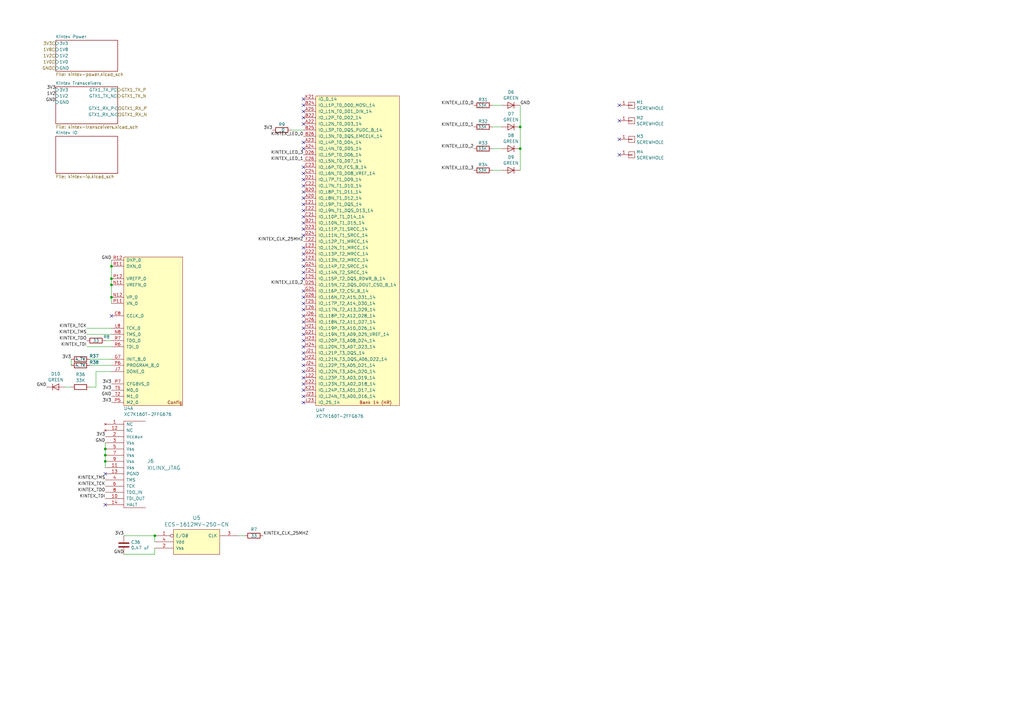
<source format=kicad_sch>
(kicad_sch (version 20231120) (generator "eeschema") (generator_version "8.0")
  (paper "A3")
  (lib_symbols
    (symbol "conn:CONN_01X01" (pin_names (offset 1.016) hide)
      (property "Reference" "J" (at 0 2.54 0))
      (property "Value" "CONN_01X01" (at 2.54 0 90))
      (symbol "CONN_01X01_1_1"
        (pin passive line (at -5.08 0 0) (length 3.81) (name "P1") (number "1"))
      )
    )
    (symbol "device:C" (pin_numbers hide) (pin_names (offset 0.254))
      (property "Reference" "C" (at 0.635 2.54 0))
      (property "Value" "C" (at 0.635 -2.54 0))
      (symbol "C_1_1"
        (pin passive line (at 0 3.81 270) (length 2.794) (name "~") (number "1"))
        (pin passive line (at 0 -3.81 90) (length 2.794) (name "~") (number "2"))
      )
    )
    (symbol "device:D" (pin_numbers hide) (pin_names (offset 1.016) hide)
      (property "Reference" "D" (at 0 2.54 0))
      (property "Value" "D" (at 0 -2.54 0))
      (symbol "D_1_1"
        (pin passive line (at -3.81 0 0) (length 2.54) (name "K") (number "1"))
        (pin passive line (at 3.81 0 180) (length 2.54) (name "A") (number "2"))
      )
    )
    (symbol "device:R" (pin_numbers hide) (pin_names (offset 0))
      (property "Reference" "R" (at 2.032 0 90))
      (property "Value" "R" (at 0 0 90))
      (symbol "R_1_1"
        (pin passive line (at 0 3.81 270) (length 1.27) (name "~") (number "1"))
        (pin passive line (at 0 -3.81 90) (length 1.27) (name "~") (number "2"))
      )
    )
    (symbol "osc-azonenberg:OSC" (pin_names (offset 1.016))
      (property "Reference" "U" (at 0 0 0))
      (property "Value" "OSC" (at 0 -2.54 0))
      (symbol "OSC_1_1"
        (pin input inverted (at -17.78 0 0) (length 7.62) (name "E/D#") (number "1"))
        (pin input line (at -17.78 -5.08 0) (length 7.62) (name "Vss") (number "2"))
        (pin output line (at 16.51 0 180) (length 7.62) (name "CLK") (number "3"))
        (pin power_in line (at -17.78 -2.54 0) (length 7.62) (name "Vdd") (number "4"))
      )
    )
    (symbol "xilinx-azonenberg:XC7KxT-FFG676" (pin_names (offset 1.016))
      (property "Reference" "U" (at 0 -1.27 0))
      (property "Value" "XC7KxT-FFG676" (at 0 -3.81 0))
      (symbol "XC7KxT-FFG676_1_0"
        (text "Config" (at 17.78 1.27 0) (effects (font (size 1.27 1.27)) (justify left)))
      )
      (symbol "XC7KxT-FFG676_1_1"
        (pin power_out line (at -5.08 36.83 0) (length 5.08) (name "CCLK_0") (number "C8"))
        (pin bidirectional line (at -5.08 19.05 0) (length 5.08) (name "INIT_B_0") (number "G7"))
        (pin output line (at -5.08 13.97 0) (length 5.08) (name "DONE_0") (number "J7"))
        (pin input line (at -5.08 31.75 0) (length 5.08) (name "TCK_0") (number "L8"))
        (pin power_in line (at -5.08 49.53 0) (length 5.08) (name "VREFN_0") (number "N11"))
        (pin input line (at -5.08 44.45 0) (length 5.08) (name "VP_0") (number "N12"))
        (pin input line (at -5.08 29.21 0) (length 5.08) (name "TMS_0") (number "N8"))
        (pin input line (at -5.08 41.91 0) (length 5.08) (name "VN_0") (number "P11"))
        (pin power_in line (at -5.08 52.07 0) (length 5.08) (name "VREFP_0") (number "P12"))
        (pin input line (at -5.08 1.27 0) (length 5.08) (name "M2_0") (number "P5"))
        (pin input line (at -5.08 16.51 0) (length 5.08) (name "PROGRAM_B_0") (number "P6"))
        (pin input line (at -5.08 8.89 0) (length 5.08) (name "CFGBVS_0") (number "P7"))
        (pin passive line (at -5.08 57.15 0) (length 5.08) (name "DXN_0") (number "R11"))
        (pin passive line (at -5.08 59.69 0) (length 5.08) (name "DXP_0") (number "R12"))
        (pin input line (at -5.08 24.13 0) (length 5.08) (name "TDI_0") (number "R6"))
        (pin output line (at -5.08 26.67 0) (length 5.08) (name "TDO_0") (number "R7"))
        (pin input line (at -5.08 3.81 0) (length 5.08) (name "M1_0") (number "T2"))
        (pin input line (at -5.08 6.35 0) (length 5.08) (name "M0_0") (number "T5"))
      )
      (symbol "XC7KxT-FFG676_2_0"
        (text "Power" (at 17.78 1.27 0) (effects (font (size 1.27 1.27)) (justify left)))
      )
      (symbol "XC7KxT-FFG676_2_1"
        (pin power_in line (at 40.64 69.85 180) (length 5.08) (name "VCCO_16") (number "A11"))
        (pin power_in line (at 40.64 105.41 180) (length 5.08) (name "VCCO_14") (number "A21"))
        (pin power_in line (at 40.64 13.97 180) (length 5.08) (name "VCCO_34") (number "AA1"))
        (pin power_in line (at 40.64 31.75 180) (length 5.08) (name "VCCO_33") (number "AA11"))
        (pin power_in line (at 40.64 143.51 180) (length 5.08) (name "VCCO_12") (number "AA21"))
        (pin power_in line (at 40.64 49.53 180) (length 5.08) (name "VCCO_32") (number "AB18"))
        (pin power_in line (at 40.64 29.21 180) (length 5.08) (name "VCCO_33") (number "AB8"))
        (pin power_in line (at 40.64 46.99 180) (length 5.08) (name "VCCO_32") (number "AC15"))
        (pin power_in line (at 40.64 140.97 180) (length 5.08) (name "VCCO_12") (number "AC25"))
        (pin power_in line (at 40.64 11.43 180) (length 5.08) (name "VCCO_34") (number "AC5"))
        (pin power_in line (at 40.64 26.67 180) (length 5.08) (name "VCCO_33") (number "AD12"))
        (pin power_in line (at 40.64 8.89 180) (length 5.08) (name "VCCO_34") (number "AD2"))
        (pin power_in line (at 40.64 138.43 180) (length 5.08) (name "VCCO_12") (number "AD22"))
        (pin power_in line (at 40.64 44.45 180) (length 5.08) (name "VCCO_32") (number "AE19"))
        (pin power_in line (at 40.64 24.13 180) (length 5.08) (name "VCCO_33") (number "AE9"))
        (pin power_in line (at 40.64 41.91 180) (length 5.08) (name "VCCO_32") (number "AF16"))
        (pin power_in line (at 40.64 135.89 180) (length 5.08) (name "VCCO_12") (number "AF26"))
        (pin power_in line (at 40.64 6.35 180) (length 5.08) (name "VCCO_34") (number "AF6"))
        (pin power_in line (at 40.64 87.63 180) (length 5.08) (name "VCCO_15") (number "B18"))
        (pin power_in line (at -5.08 107.95 0) (length 5.08) (name "MGTAVTT") (number "B3"))
        (pin power_in line (at 40.64 67.31 180) (length 5.08) (name "VCCO_16") (number "B8"))
        (pin power_in line (at 40.64 64.77 180) (length 5.08) (name "VCCO_16") (number "C15"))
        (pin power_in line (at -5.08 105.41 0) (length 5.08) (name "MGTAVTT") (number "C2"))
        (pin power_in line (at 40.64 102.87 180) (length 5.08) (name "VCCO_14") (number "C25"))
        (pin power_in line (at -5.08 123.19 0) (length 5.08) (name "MGTAVCC") (number "C6"))
        (pin power_in line (at 40.64 62.23 180) (length 5.08) (name "VCCO_16") (number "D12"))
        (pin power_in line (at 40.64 100.33 180) (length 5.08) (name "VCCO_14") (number "D22"))
        (pin power_in line (at -5.08 102.87 0) (length 5.08) (name "MGTAVTT") (number "D3"))
        (pin power_in line (at 40.64 85.09 180) (length 5.08) (name "VCCO_15") (number "E19"))
        (pin power_in line (at -5.08 120.65 0) (length 5.08) (name "MGTAVCC") (number "E6"))
        (pin power_in line (at -5.08 140.97 0) (length 5.08) (name "VCCBATT_0") (number "E8"))
        (pin power_in line (at 40.64 59.69 180) (length 5.08) (name "VCCO_16") (number "E9"))
        (pin power_in line (at 40.64 82.55 180) (length 5.08) (name "VCCO_15") (number "F16"))
        (pin power_in line (at 40.64 97.79 180) (length 5.08) (name "VCCO_14") (number "F26"))
        (pin power_in line (at 40.64 57.15 180) (length 5.08) (name "VCCO_16") (number "G13"))
        (pin power_in line (at -5.08 100.33 0) (length 5.08) (name "MGTAVTT") (number "G2"))
        (pin power_in line (at 40.64 95.25 180) (length 5.08) (name "VCCO_14") (number "G23"))
        (pin power_in line (at -5.08 118.11 0) (length 5.08) (name "MGTAVCC") (number "G6"))
        (pin power_in line (at 40.64 54.61 180) (length 5.08) (name "VCCO_16") (number "H10"))
        (pin power_in line (at 40.64 80.01 180) (length 5.08) (name "VCCO_15") (number "H20"))
        (pin power_in line (at -5.08 97.79 0) (length 5.08) (name "MGTAVTT") (number "H3"))
        (pin power_in line (at 40.64 77.47 180) (length 5.08) (name "VCCO_15") (number "J17"))
        (pin power_in line (at -5.08 115.57 0) (length 5.08) (name "MGTAVCC") (number "J6"))
        (pin power_in line (at -5.08 82.55 0) (length 5.08) (name "VCCINT") (number "J9"))
        (pin power_in line (at -5.08 77.47 0) (length 5.08) (name "VCCINT") (number "K10"))
        (pin power_in line (at -5.08 74.93 0) (length 5.08) (name "VCCINT") (number "K12"))
        (pin power_in line (at -5.08 72.39 0) (length 5.08) (name "VCCINT") (number "K14"))
        (pin power_in line (at 40.64 123.19 180) (length 5.08) (name "VCCO_13") (number "K24"))
        (pin power_in line (at -5.08 80.01 0) (length 5.08) (name "VCCINT") (number "K8"))
        (pin power_in line (at -5.08 34.29 0) (length 5.08) (name "VCCAUX") (number "L11"))
        (pin power_in line (at -5.08 67.31 0) (length 5.08) (name "VCCINT") (number "L13"))
        (pin power_in line (at -5.08 64.77 0) (length 5.08) (name "VCCINT") (number "L15"))
        (pin power_in line (at -5.08 95.25 0) (length 5.08) (name "MGTAVTT") (number "L2"))
        (pin power_in line (at 40.64 92.71 180) (length 5.08) (name "VCCO_14") (number "L21"))
        (pin power_in line (at -5.08 113.03 0) (length 5.08) (name "MGTAVCC") (number "L6"))
        (pin power_in line (at -5.08 13.97 0) (length 5.08) (name "VCCO_0") (number "L7"))
        (pin power_in line (at -5.08 69.85 0) (length 5.08) (name "VCCINT") (number "L9"))
        (pin power_in line (at -5.08 31.75 0) (length 5.08) (name "VCCAUX") (number "M10"))
        (pin power_in line (at -5.08 143.51 0) (length 5.08) (name "VCCADC_0") (number "M12"))
        (pin power_in line (at -5.08 59.69 0) (length 5.08) (name "VCCINT") (number "M14"))
        (pin power_in line (at 40.64 74.93 180) (length 5.08) (name "VCCO_15") (number "M18"))
        (pin power_in line (at -5.08 92.71 0) (length 5.08) (name "MGTAVTT") (number "M3"))
        (pin power_in line (at -5.08 62.23 0) (length 5.08) (name "VCCINT") (number "M8"))
        (pin power_in line (at -5.08 135.89 0) (length 5.08) (name "VCCBRAM") (number "N13"))
        (pin power_in line (at -5.08 54.61 0) (length 5.08) (name "VCCINT") (number "N15"))
        (pin power_in line (at 40.64 120.65 180) (length 5.08) (name "VCCO_13") (number "N25"))
        (pin power_in line (at -5.08 87.63 0) (length 5.08) (name "MGTVCCAUX") (number "N6"))
        (pin power_in line (at -5.08 57.15 0) (length 5.08) (name "VCCINT") (number "N9"))
        (pin power_in line (at -5.08 29.21 0) (length 5.08) (name "VCCAUX") (number "P10"))
        (pin power_in line (at -5.08 52.07 0) (length 5.08) (name "VCCINT") (number "P14"))
        (pin power_in line (at 40.64 118.11 180) (length 5.08) (name "VCCO_13") (number "P22"))
        (pin power_in line (at -5.08 19.05 0) (length 5.08) (name "VCCAUX_IO_G0") (number "P8"))
        (pin power_in line (at -5.08 133.35 0) (length 5.08) (name "VCCBRAM") (number "R13"))
        (pin power_in line (at -5.08 49.53 0) (length 5.08) (name "VCCINT") (number "R15"))
        (pin power_in line (at 40.64 115.57 180) (length 5.08) (name "VCCO_13") (number "R19"))
        (pin power_in line (at -5.08 21.59 0) (length 5.08) (name "VCCAUX_IO_G0") (number "R9"))
        (pin power_in line (at -5.08 39.37 0) (length 5.08) (name "VCCAUX") (number "T10"))
        (pin power_in line (at -5.08 130.81 0) (length 5.08) (name "VCCBRAM") (number "T12"))
        (pin power_in line (at -5.08 46.99 0) (length 5.08) (name "VCCINT") (number "T14"))
        (pin power_in line (at 40.64 113.03 180) (length 5.08) (name "VCCO_13") (number "T16"))
        (pin power_in line (at 40.64 110.49 180) (length 5.08) (name "VCCO_13") (number "T26"))
        (pin power_in line (at -5.08 11.43 0) (length 5.08) (name "VCCO_0") (number "T6"))
        (pin power_in line (at -5.08 24.13 0) (length 5.08) (name "VCCAUX_IO_G0") (number "T8"))
        (pin power_in line (at -5.08 36.83 0) (length 5.08) (name "VCCAUX") (number "U11"))
        (pin power_in line (at -5.08 128.27 0) (length 5.08) (name "VCCBRAM") (number "U13"))
        (pin power_in line (at -5.08 44.45 0) (length 5.08) (name "VCCINT") (number "U15"))
        (pin power_in line (at 40.64 133.35 180) (length 5.08) (name "VCCO_12") (number "U23"))
        (pin power_in line (at 40.64 3.81 180) (length 5.08) (name "VCCO_34") (number "U3"))
        (pin power_in line (at 40.64 21.59 180) (length 5.08) (name "VCCO_33") (number "V10"))
        (pin power_in line (at 40.64 130.81 180) (length 5.08) (name "VCCO_12") (number "V20"))
        (pin power_in line (at 40.64 39.37 180) (length 5.08) (name "VCCO_32") (number "W17"))
        (pin power_in line (at 40.64 19.05 180) (length 5.08) (name "VCCO_33") (number "W7"))
        (pin power_in line (at 40.64 36.83 180) (length 5.08) (name "VCCO_32") (number "Y14"))
        (pin power_in line (at 40.64 128.27 180) (length 5.08) (name "VCCO_12") (number "Y24"))
        (pin power_in line (at 40.64 1.27 180) (length 5.08) (name "VCCO_34") (number "Y4"))
      )
      (symbol "XC7KxT-FFG676_3_0"
        (text "Ground" (at 17.78 1.27 0) (effects (font (size 1.27 1.27)) (justify left)))
      )
      (symbol "XC7KxT-FFG676_3_1"
        (pin power_in line (at -5.08 153.67 0) (length 5.08) (name "GND") (number "A1"))
        (pin power_in line (at -5.08 140.97 0) (length 5.08) (name "GND") (number "A16"))
        (pin power_in line (at -5.08 151.13 0) (length 5.08) (name "GND") (number "A2"))
        (pin power_in line (at -5.08 138.43 0) (length 5.08) (name "GND") (number "A26"))
        (pin power_in line (at -5.08 148.59 0) (length 5.08) (name "GND") (number "A5"))
        (pin power_in line (at -5.08 146.05 0) (length 5.08) (name "GND") (number "A6"))
        (pin power_in line (at -5.08 143.51 0) (length 5.08) (name "GND") (number "A7"))
        (pin power_in line (at -5.08 133.35 0) (length 5.08) (name "GND") (number "AA16"))
        (pin power_in line (at -5.08 130.81 0) (length 5.08) (name "GND") (number "AA26"))
        (pin power_in line (at -5.08 135.89 0) (length 5.08) (name "GND") (number "AA6"))
        (pin power_in line (at -5.08 125.73 0) (length 5.08) (name "GND") (number "AB13"))
        (pin power_in line (at -5.08 123.19 0) (length 5.08) (name "GND") (number "AB23"))
        (pin power_in line (at -5.08 128.27 0) (length 5.08) (name "GND") (number "AB3"))
        (pin power_in line (at -5.08 120.65 0) (length 5.08) (name "GND") (number "AC10"))
        (pin power_in line (at -5.08 118.11 0) (length 5.08) (name "GND") (number "AC20"))
        (pin power_in line (at -5.08 113.03 0) (length 5.08) (name "GND") (number "AD17"))
        (pin power_in line (at -5.08 115.57 0) (length 5.08) (name "GND") (number "AD7"))
        (pin power_in line (at -5.08 107.95 0) (length 5.08) (name "GND") (number "AE14"))
        (pin power_in line (at -5.08 105.41 0) (length 5.08) (name "GND") (number "AE24"))
        (pin power_in line (at -5.08 110.49 0) (length 5.08) (name "GND") (number "AE4"))
        (pin power_in line (at -5.08 102.87 0) (length 5.08) (name "GND") (number "AF1"))
        (pin power_in line (at -5.08 100.33 0) (length 5.08) (name "GND") (number "AF11"))
        (pin power_in line (at -5.08 97.79 0) (length 5.08) (name "GND") (number "AF21"))
        (pin power_in line (at -5.08 90.17 0) (length 5.08) (name "GND") (number "B13"))
        (pin power_in line (at -5.08 87.63 0) (length 5.08) (name "GND") (number "B23"))
        (pin power_in line (at -5.08 95.25 0) (length 5.08) (name "GND") (number "B4"))
        (pin power_in line (at -5.08 92.71 0) (length 5.08) (name "GND") (number "B7"))
        (pin power_in line (at -5.08 85.09 0) (length 5.08) (name "GND") (number "C1"))
        (pin power_in line (at -5.08 77.47 0) (length 5.08) (name "GND") (number "C10"))
        (pin power_in line (at -5.08 74.93 0) (length 5.08) (name "GND") (number "C20"))
        (pin power_in line (at -5.08 82.55 0) (length 5.08) (name "GND") (number "C5"))
        (pin power_in line (at -5.08 80.01 0) (length 5.08) (name "GND") (number "C7"))
        (pin power_in line (at -5.08 67.31 0) (length 5.08) (name "GND") (number "D17"))
        (pin power_in line (at -5.08 72.39 0) (length 5.08) (name "GND") (number "D4"))
        (pin power_in line (at -5.08 69.85 0) (length 5.08) (name "GND") (number "D7"))
        (pin power_in line (at -5.08 64.77 0) (length 5.08) (name "GND") (number "E1"))
        (pin power_in line (at -5.08 54.61 0) (length 5.08) (name "GND") (number "E14"))
        (pin power_in line (at -5.08 62.23 0) (length 5.08) (name "GND") (number "E2"))
        (pin power_in line (at -5.08 52.07 0) (length 5.08) (name "GND") (number "E24"))
        (pin power_in line (at -5.08 59.69 0) (length 5.08) (name "GND") (number "E5"))
        (pin power_in line (at -5.08 57.15 0) (length 5.08) (name "GND") (number "E7"))
        (pin power_in line (at -5.08 41.91 0) (length 5.08) (name "GND") (number "F11"))
        (pin power_in line (at -5.08 39.37 0) (length 5.08) (name "GND") (number "F21"))
        (pin power_in line (at -5.08 49.53 0) (length 5.08) (name "GND") (number "F3"))
        (pin power_in line (at -5.08 46.99 0) (length 5.08) (name "GND") (number "F4"))
        (pin power_in line (at -5.08 44.45 0) (length 5.08) (name "GND") (number "F7"))
        (pin power_in line (at -5.08 36.83 0) (length 5.08) (name "GND") (number "G1"))
        (pin power_in line (at -5.08 29.21 0) (length 5.08) (name "GND") (number "G18"))
        (pin power_in line (at -5.08 34.29 0) (length 5.08) (name "GND") (number "G5"))
        (pin power_in line (at -5.08 31.75 0) (length 5.08) (name "GND") (number "G8"))
        (pin power_in line (at -5.08 21.59 0) (length 5.08) (name "GND") (number "H15"))
        (pin power_in line (at -5.08 19.05 0) (length 5.08) (name "GND") (number "H25"))
        (pin power_in line (at -5.08 26.67 0) (length 5.08) (name "GND") (number "H4"))
        (pin power_in line (at -5.08 24.13 0) (length 5.08) (name "GND") (number "H7"))
        (pin power_in line (at -5.08 16.51 0) (length 5.08) (name "GND") (number "J1"))
        (pin power_in line (at -5.08 8.89 0) (length 5.08) (name "GND") (number "J12"))
        (pin power_in line (at -5.08 13.97 0) (length 5.08) (name "GND") (number "J2"))
        (pin power_in line (at -5.08 6.35 0) (length 5.08) (name "GND") (number "J22"))
        (pin power_in line (at -5.08 11.43 0) (length 5.08) (name "GND") (number "J5"))
        (pin power_in line (at 35.56 143.51 180) (length 5.08) (name "GND") (number "K11"))
        (pin power_in line (at 35.56 140.97 180) (length 5.08) (name "GND") (number "K13"))
        (pin power_in line (at 35.56 138.43 180) (length 5.08) (name "GND") (number "K19"))
        (pin power_in line (at -5.08 3.81 0) (length 5.08) (name "GND") (number "K3"))
        (pin power_in line (at -5.08 1.27 0) (length 5.08) (name "GND") (number "K4"))
        (pin power_in line (at 35.56 148.59 180) (length 5.08) (name "GND") (number "K7"))
        (pin power_in line (at 35.56 146.05 180) (length 5.08) (name "GND") (number "K9"))
        (pin power_in line (at 35.56 135.89 180) (length 5.08) (name "GND") (number "L1"))
        (pin power_in line (at 35.56 130.81 180) (length 5.08) (name "GND") (number "L10"))
        (pin power_in line (at 35.56 128.27 180) (length 5.08) (name "GND") (number "L12"))
        (pin power_in line (at 35.56 125.73 180) (length 5.08) (name "GND") (number "L14"))
        (pin power_in line (at 35.56 123.19 180) (length 5.08) (name "GND") (number "L16"))
        (pin power_in line (at 35.56 120.65 180) (length 5.08) (name "GND") (number "L26"))
        (pin power_in line (at 35.56 133.35 180) (length 5.08) (name "GND") (number "L5"))
        (pin power_in line (at 35.56 153.67 180) (length 5.08) (name "GNDADC_0") (number "M11"))
        (pin power_in line (at 35.56 110.49 180) (length 5.08) (name "GND") (number "M13"))
        (pin power_in line (at 35.56 107.95 180) (length 5.08) (name "GND") (number "M15"))
        (pin power_in line (at 35.56 105.41 180) (length 5.08) (name "GND") (number "M23"))
        (pin power_in line (at 35.56 118.11 180) (length 5.08) (name "GND") (number "M4"))
        (pin power_in line (at 35.56 115.57 180) (length 5.08) (name "GND") (number "M7"))
        (pin power_in line (at 35.56 113.03 180) (length 5.08) (name "GND") (number "M9"))
        (pin power_in line (at 35.56 102.87 180) (length 5.08) (name "GND") (number "N1"))
        (pin power_in line (at 35.56 92.71 180) (length 5.08) (name "GND") (number "N10"))
        (pin power_in line (at 35.56 90.17 180) (length 5.08) (name "GND") (number "N14"))
        (pin power_in line (at 35.56 100.33 180) (length 5.08) (name "GND") (number "N2"))
        (pin power_in line (at 35.56 87.63 180) (length 5.08) (name "GND") (number "N20"))
        (pin power_in line (at 35.56 97.79 180) (length 5.08) (name "GND") (number "N5"))
        (pin power_in line (at 35.56 95.25 180) (length 5.08) (name "GND") (number "N7"))
        (pin power_in line (at 35.56 77.47 180) (length 5.08) (name "GND") (number "P13"))
        (pin power_in line (at 35.56 74.93 180) (length 5.08) (name "GND") (number "P15"))
        (pin power_in line (at 35.56 72.39 180) (length 5.08) (name "GND") (number "P17"))
        (pin power_in line (at 35.56 85.09 180) (length 5.08) (name "GND") (number "P3"))
        (pin power_in line (at 35.56 82.55 180) (length 5.08) (name "GND") (number "P4"))
        (pin power_in line (at 35.56 80.01 180) (length 5.08) (name "GND") (number "P9"))
        (pin power_in line (at 35.56 69.85 180) (length 5.08) (name "GND") (number "R1"))
        (pin power_in line (at 35.56 59.69 180) (length 5.08) (name "GND") (number "R10"))
        (pin power_in line (at 35.56 57.15 180) (length 5.08) (name "GND") (number "R14"))
        (pin power_in line (at 35.56 67.31 180) (length 5.08) (name "GND") (number "R2"))
        (pin power_in line (at 35.56 54.61 180) (length 5.08) (name "GND") (number "R24"))
        (pin power_in line (at 35.56 64.77 180) (length 5.08) (name "GND") (number "R5"))
        (pin power_in line (at 35.56 62.23 180) (length 5.08) (name "GND") (number "R8"))
        (pin power_in line (at 35.56 52.07 180) (length 5.08) (name "GND") (number "T1"))
        (pin power_in line (at 35.56 41.91 180) (length 5.08) (name "GND") (number "T11"))
        (pin power_in line (at 35.56 39.37 180) (length 5.08) (name "GND") (number "T13"))
        (pin power_in line (at 35.56 36.83 180) (length 5.08) (name "GND") (number "T15"))
        (pin power_in line (at 35.56 34.29 180) (length 5.08) (name "GND") (number "T21"))
        (pin power_in line (at 35.56 49.53 180) (length 5.08) (name "GND") (number "T3"))
        (pin power_in line (at 35.56 46.99 180) (length 5.08) (name "GND") (number "T4"))
        (pin power_in line (at 35.56 44.45 180) (length 5.08) (name "GND") (number "T9"))
        (pin power_in line (at 35.56 29.21 180) (length 5.08) (name "GND") (number "U10"))
        (pin power_in line (at 35.56 26.67 180) (length 5.08) (name "GND") (number "U12"))
        (pin power_in line (at 35.56 24.13 180) (length 5.08) (name "GND") (number "U14"))
        (pin power_in line (at 35.56 21.59 180) (length 5.08) (name "GND") (number "U18"))
        (pin power_in line (at 35.56 31.75 180) (length 5.08) (name "GND") (number "U8"))
        (pin power_in line (at 35.56 16.51 180) (length 5.08) (name "GND") (number "V15"))
        (pin power_in line (at 35.56 13.97 180) (length 5.08) (name "GND") (number "V25"))
        (pin power_in line (at 35.56 19.05 180) (length 5.08) (name "GND") (number "V5"))
        (pin power_in line (at 35.56 8.89 180) (length 5.08) (name "GND") (number "W12"))
        (pin power_in line (at 35.56 11.43 180) (length 5.08) (name "GND") (number "W2"))
        (pin power_in line (at 35.56 6.35 180) (length 5.08) (name "GND") (number "W22"))
        (pin power_in line (at 35.56 1.27 180) (length 5.08) (name "GND") (number "Y19"))
        (pin power_in line (at 35.56 3.81 180) (length 5.08) (name "GND") (number "Y9"))
      )
      (symbol "XC7KxT-FFG676_4_0"
        (text "Bank 12 (HR)" (at 17.78 1.27 0) (effects (font (size 1.27 1.27)) (justify left)))
        (text "NC in 7K70T" (at 17.78 3.81 0) (effects (font (size 1.27 1.27)) (justify left)))
      )
      (symbol "XC7KxT-FFG676_4_1"
        (pin bidirectional line (at -5.08 59.69 0) (length 5.08) (name "IO_L13N_T2_MRCC_12") (number "AA22"))
        (pin bidirectional line (at -5.08 72.39 0) (length 5.08) (name "IO_L11P_T1_SRCC_12") (number "AA23"))
        (pin bidirectional line (at -5.08 64.77 0) (length 5.08) (name "IO_L12N_T1_MRCC_12") (number "AA24"))
        (pin bidirectional line (at -5.08 92.71 0) (length 5.08) (name "IO_L7P_T1_12") (number "AA25"))
        (pin bidirectional line (at -5.08 36.83 0) (length 5.08) (name "IO_L18P_T2_12") (number "AB21"))
        (pin bidirectional line (at -5.08 41.91 0) (length 5.08) (name "IO_L17P_T2_12") (number "AB22"))
        (pin bidirectional line (at -5.08 69.85 0) (length 5.08) (name "IO_L11N_T1_SRCC_12") (number "AB24"))
        (pin bidirectional line (at -5.08 90.17 0) (length 5.08) (name "IO_L7N_T1_12") (number "AB25"))
        (pin bidirectional line (at -5.08 82.55 0) (length 5.08) (name "IO_L9P_T1_DQS_12") (number "AB26"))
        (pin bidirectional line (at -5.08 34.29 0) (length 5.08) (name "IO_L18N_T2_12") (number "AC21"))
        (pin bidirectional line (at -5.08 39.37 0) (length 5.08) (name "IO_L17N_T2_12") (number "AC22"))
        (pin bidirectional line (at -5.08 57.15 0) (length 5.08) (name "IO_L14P_T2_SRCC_12") (number "AC23"))
        (pin bidirectional line (at -5.08 54.61 0) (length 5.08) (name "IO_L14N_T2_SRCC_12") (number "AC24"))
        (pin bidirectional line (at -5.08 80.01 0) (length 5.08) (name "IO_L9N_T1_DQS_12") (number "AC26"))
        (pin bidirectional line (at -5.08 31.75 0) (length 5.08) (name "IO_L19P_T3_12") (number "AD21"))
        (pin bidirectional line (at -5.08 46.99 0) (length 5.08) (name "IO_L16P_T2_12") (number "AD23"))
        (pin bidirectional line (at -5.08 44.45 0) (length 5.08) (name "IO_L16N_T2_12") (number "AD24"))
        (pin bidirectional line (at -5.08 11.43 0) (length 5.08) (name "IO_L23P_T3_12") (number "AD25"))
        (pin bidirectional line (at -5.08 21.59 0) (length 5.08) (name "IO_L21P_T3_DQS_12") (number "AD26"))
        (pin bidirectional line (at -5.08 29.21 0) (length 5.08) (name "IO_L19N_T3_VREF_12") (number "AE21"))
        (pin bidirectional line (at -5.08 6.35 0) (length 5.08) (name "IO_L24P_T3_12") (number "AE22"))
        (pin bidirectional line (at -5.08 16.51 0) (length 5.08) (name "IO_L22P_T3_12") (number "AE23"))
        (pin bidirectional line (at -5.08 8.89 0) (length 5.08) (name "IO_L23N_T3_12") (number "AE25"))
        (pin bidirectional line (at -5.08 19.05 0) (length 5.08) (name "IO_L21N_T3_DQS_12") (number "AE26"))
        (pin bidirectional line (at -5.08 3.81 0) (length 5.08) (name "IO_L24N_T3_12") (number "AF22"))
        (pin bidirectional line (at -5.08 13.97 0) (length 5.08) (name "IO_L22N_T3_12") (number "AF23"))
        (pin bidirectional line (at -5.08 26.67 0) (length 5.08) (name "IO_L20P_T3_12") (number "AF24"))
        (pin bidirectional line (at -5.08 24.13 0) (length 5.08) (name "IO_L20N_T3_12") (number "AF25"))
        (pin bidirectional line (at -5.08 125.73 0) (length 5.08) (name "IO_0_12") (number "U21"))
        (pin bidirectional line (at -5.08 123.19 0) (length 5.08) (name "IO_L1P_T0_12") (number "U22"))
        (pin bidirectional line (at -5.08 118.11 0) (length 5.08) (name "IO_L2P_T0_12") (number "U24"))
        (pin bidirectional line (at -5.08 115.57 0) (length 5.08) (name "IO_L2N_T0_12") (number "U25"))
        (pin bidirectional line (at -5.08 107.95 0) (length 5.08) (name "IO_L4P_T0_12") (number "U26"))
        (pin bidirectional line (at -5.08 97.79 0) (length 5.08) (name "IO_L6P_T0_12") (number "V21"))
        (pin bidirectional line (at -5.08 120.65 0) (length 5.08) (name "IO_L1N_T0_12") (number "V22"))
        (pin bidirectional line (at -5.08 113.03 0) (length 5.08) (name "IO_L3P_T0_DQS_12") (number "V23"))
        (pin bidirectional line (at -5.08 110.49 0) (length 5.08) (name "IO_L3N_T0_DQS_12") (number "V24"))
        (pin bidirectional line (at -5.08 105.41 0) (length 5.08) (name "IO_L4N_T0_12") (number "V26"))
        (pin bidirectional line (at -5.08 52.07 0) (length 5.08) (name "IO_L15P_T2_DQS_12") (number "W20"))
        (pin bidirectional line (at -5.08 95.25 0) (length 5.08) (name "IO_L6N_T0_VREF_12") (number "W21"))
        (pin bidirectional line (at -5.08 87.63 0) (length 5.08) (name "IO_L8P_T1_12") (number "W23"))
        (pin bidirectional line (at -5.08 85.09 0) (length 5.08) (name "IO_L8N_T1_12") (number "W24"))
        (pin bidirectional line (at -5.08 102.87 0) (length 5.08) (name "IO_L5P_T0_12") (number "W25"))
        (pin bidirectional line (at -5.08 100.33 0) (length 5.08) (name "IO_L5N_T0_12") (number "W26"))
        (pin bidirectional line (at -5.08 1.27 0) (length 5.08) (name "IO_25_12") (number "Y20"))
        (pin bidirectional line (at -5.08 49.53 0) (length 5.08) (name "IO_L15N_T2_DQS_12") (number "Y21"))
        (pin bidirectional line (at -5.08 62.23 0) (length 5.08) (name "IO_L13P_T2_MRCC_12") (number "Y22"))
        (pin bidirectional line (at -5.08 67.31 0) (length 5.08) (name "IO_L12P_T1_MRCC_12") (number "Y23"))
        (pin bidirectional line (at -5.08 77.47 0) (length 5.08) (name "IO_L10P_T1_12") (number "Y25"))
        (pin bidirectional line (at -5.08 74.93 0) (length 5.08) (name "IO_L10N_T1_12") (number "Y26"))
      )
      (symbol "XC7KxT-FFG676_5_0"
        (text "Bank 13 (HR)" (at 17.78 1.27 0) (effects (font (size 1.27 1.27)) (justify left)))
      )
      (symbol "XC7KxT-FFG676_5_1"
        (pin bidirectional line (at -5.08 123.19 0) (length 5.08) (name "IO_L1P_T0_13") (number "K25"))
        (pin bidirectional line (at -5.08 120.65 0) (length 5.08) (name "IO_L1N_T0_13") (number "K26"))
        (pin bidirectional line (at -5.08 85.09 0) (length 5.08) (name "IO_L8N_T1_13") (number "L24"))
        (pin bidirectional line (at -5.08 110.49 0) (length 5.08) (name "IO_L3N_T0_DQS_13") (number "L25"))
        (pin bidirectional line (at -5.08 13.97 0) (length 5.08) (name "IO_L22N_T3_13") (number "M19"))
        (pin bidirectional line (at -5.08 90.17 0) (length 5.08) (name "IO_L7N_T1_13") (number "M20"))
        (pin bidirectional line (at -5.08 77.47 0) (length 5.08) (name "IO_L10P_T1_13") (number "M21"))
        (pin bidirectional line (at -5.08 74.93 0) (length 5.08) (name "IO_L10N_T1_13") (number "M22"))
        (pin bidirectional line (at -5.08 87.63 0) (length 5.08) (name "IO_L8P_T1_13") (number "M24"))
        (pin bidirectional line (at -5.08 113.03 0) (length 5.08) (name "IO_L3P_T0_DQS_13") (number "M25"))
        (pin bidirectional line (at -5.08 100.33 0) (length 5.08) (name "IO_L5N_T0_13") (number "M26"))
        (pin bidirectional line (at -5.08 125.73 0) (length 5.08) (name "IO_0_13") (number "N16"))
        (pin bidirectional line (at -5.08 24.13 0) (length 5.08) (name "IO_L20N_T3_13") (number "N17"))
        (pin bidirectional line (at -5.08 16.51 0) (length 5.08) (name "IO_L22P_T3_13") (number "N18"))
        (pin bidirectional line (at -5.08 92.71 0) (length 5.08) (name "IO_L7P_T1_13") (number "N19"))
        (pin bidirectional line (at -5.08 67.31 0) (length 5.08) (name "IO_L12P_T1_MRCC_13") (number "N21"))
        (pin bidirectional line (at -5.08 64.77 0) (length 5.08) (name "IO_L12N_T1_MRCC_13") (number "N22"))
        (pin bidirectional line (at -5.08 69.85 0) (length 5.08) (name "IO_L11N_T1_SRCC_13") (number "N23"))
        (pin bidirectional line (at -5.08 105.41 0) (length 5.08) (name "IO_L4N_T0_13") (number "N24"))
        (pin bidirectional line (at -5.08 102.87 0) (length 5.08) (name "IO_L5P_T0_13") (number "N26"))
        (pin bidirectional line (at -5.08 26.67 0) (length 5.08) (name "IO_L20P_T3_13") (number "P16"))
        (pin bidirectional line (at -5.08 3.81 0) (length 5.08) (name "IO_L24N_T3_13") (number "P18"))
        (pin bidirectional line (at -5.08 82.55 0) (length 5.08) (name "IO_L9P_T1_DQS_13") (number "P19"))
        (pin bidirectional line (at -5.08 80.01 0) (length 5.08) (name "IO_L9N_T1_DQS_13") (number "P20"))
        (pin bidirectional line (at -5.08 59.69 0) (length 5.08) (name "IO_L13N_T2_MRCC_13") (number "P21"))
        (pin bidirectional line (at -5.08 72.39 0) (length 5.08) (name "IO_L11P_T1_SRCC_13") (number "P23"))
        (pin bidirectional line (at -5.08 107.95 0) (length 5.08) (name "IO_L4P_T0_13") (number "P24"))
        (pin bidirectional line (at -5.08 95.25 0) (length 5.08) (name "IO_L6N_T0_VREF_13") (number "P25"))
        (pin bidirectional line (at -5.08 115.57 0) (length 5.08) (name "IO_L2N_T0_13") (number "P26"))
        (pin bidirectional line (at -5.08 21.59 0) (length 5.08) (name "IO_L21P_T3_DQS_13") (number "R16"))
        (pin bidirectional line (at -5.08 19.05 0) (length 5.08) (name "IO_L21N_T3_DQS_13") (number "R17"))
        (pin bidirectional line (at -5.08 6.35 0) (length 5.08) (name "IO_L24P_T3_13") (number "R18"))
        (pin bidirectional line (at -5.08 44.45 0) (length 5.08) (name "IO_L16N_T2_13") (number "R20"))
        (pin bidirectional line (at -5.08 62.23 0) (length 5.08) (name "IO_L13P_T2_MRCC_13") (number "R21"))
        (pin bidirectional line (at -5.08 57.15 0) (length 5.08) (name "IO_L14P_T2_SRCC_13") (number "R22"))
        (pin bidirectional line (at -5.08 54.61 0) (length 5.08) (name "IO_L14N_T2_SRCC_13") (number "R23"))
        (pin bidirectional line (at -5.08 97.79 0) (length 5.08) (name "IO_L6P_T0_13") (number "R25"))
        (pin bidirectional line (at -5.08 118.11 0) (length 5.08) (name "IO_L2P_T0_13") (number "R26"))
        (pin bidirectional line (at -5.08 8.89 0) (length 5.08) (name "IO_L23N_T3_13") (number "T17"))
        (pin bidirectional line (at -5.08 31.75 0) (length 5.08) (name "IO_L19P_T3_13") (number "T18"))
        (pin bidirectional line (at -5.08 29.21 0) (length 5.08) (name "IO_L19N_T3_VREF_13") (number "T19"))
        (pin bidirectional line (at -5.08 46.99 0) (length 5.08) (name "IO_L16P_T2_13") (number "T20"))
        (pin bidirectional line (at -5.08 41.91 0) (length 5.08) (name "IO_L17P_T2_13") (number "T22"))
        (pin bidirectional line (at -5.08 39.37 0) (length 5.08) (name "IO_L17N_T2_13") (number "T23"))
        (pin bidirectional line (at -5.08 52.07 0) (length 5.08) (name "IO_L15P_T2_DQS_13") (number "T24"))
        (pin bidirectional line (at -5.08 49.53 0) (length 5.08) (name "IO_L15N_T2_DQS_13") (number "T25"))
        (pin bidirectional line (at -5.08 1.27 0) (length 5.08) (name "IO_25_13") (number "U16"))
        (pin bidirectional line (at -5.08 11.43 0) (length 5.08) (name "IO_L23P_T3_13") (number "U17"))
        (pin bidirectional line (at -5.08 36.83 0) (length 5.08) (name "IO_L18P_T2_13") (number "U19"))
        (pin bidirectional line (at -5.08 34.29 0) (length 5.08) (name "IO_L18N_T2_13") (number "U20"))
      )
      (symbol "XC7KxT-FFG676_6_0"
        (text "Bank 14 (HR)" (at 17.78 1.27 0) (effects (font (size 1.27 1.27)) (justify left)))
      )
      (symbol "XC7KxT-FFG676_6_1"
        (pin bidirectional line (at -5.08 85.09 0) (length 5.08) (name "IO_L8N_T1_D12_14") (number "A20"))
        (pin bidirectional line (at -5.08 115.57 0) (length 5.08) (name "IO_L2N_T0_D03_14") (number "A22"))
        (pin bidirectional line (at -5.08 107.95 0) (length 5.08) (name "IO_L4P_T0_D04_14") (number "A23"))
        (pin bidirectional line (at -5.08 105.41 0) (length 5.08) (name "IO_L4N_T0_D05_14") (number "A24"))
        (pin bidirectional line (at -5.08 120.65 0) (length 5.08) (name "IO_L1N_T0_D01_DIN_14") (number "A25"))
        (pin bidirectional line (at -5.08 87.63 0) (length 5.08) (name "IO_L8P_T1_D11_14") (number "B20"))
        (pin bidirectional line (at -5.08 74.93 0) (length 5.08) (name "IO_L10N_T1_D15_14") (number "B21"))
        (pin bidirectional line (at -5.08 118.11 0) (length 5.08) (name "IO_L2P_T0_D02_14") (number "B22"))
        (pin bidirectional line (at -5.08 123.19 0) (length 5.08) (name "IO_L1P_T0_D00_MOSI_14") (number "B24"))
        (pin bidirectional line (at -5.08 113.03 0) (length 5.08) (name "IO_L3P_T0_DQS_PUDC_B_14") (number "B25"))
        (pin bidirectional line (at -5.08 110.49 0) (length 5.08) (name "IO_L3N_T0_DQS_EMCCLK_14") (number "B26"))
        (pin bidirectional line (at -5.08 77.47 0) (length 5.08) (name "IO_L10P_T1_D14_14") (number "C21"))
        (pin bidirectional line (at -5.08 90.17 0) (length 5.08) (name "IO_L7N_T1_D10_14") (number "C22"))
        (pin bidirectional line (at -5.08 97.79 0) (length 5.08) (name "IO_L6P_T0_FCS_B_14") (number "C23"))
        (pin bidirectional line (at -5.08 95.25 0) (length 5.08) (name "IO_L6N_T0_D08_VREF_14") (number "C24"))
        (pin bidirectional line (at -5.08 100.33 0) (length 5.08) (name "IO_L5N_T0_D07_14") (number "C26"))
        (pin bidirectional line (at -5.08 92.71 0) (length 5.08) (name "IO_L7P_T1_D09_14") (number "D21"))
        (pin bidirectional line (at -5.08 72.39 0) (length 5.08) (name "IO_L11P_T1_SRCC_14") (number "D23"))
        (pin bidirectional line (at -5.08 69.85 0) (length 5.08) (name "IO_L11N_T1_SRCC_14") (number "D24"))
        (pin bidirectional line (at -5.08 49.53 0) (length 5.08) (name "IO_L15N_T2_DQS_DOUT_CSO_B_14") (number "D25"))
        (pin bidirectional line (at -5.08 102.87 0) (length 5.08) (name "IO_L5P_T0_D06_14") (number "D26"))
        (pin bidirectional line (at -5.08 82.55 0) (length 5.08) (name "IO_L9P_T1_DQS_14") (number "E21"))
        (pin bidirectional line (at -5.08 80.01 0) (length 5.08) (name "IO_L9N_T1_DQS_D13_14") (number "E22"))
        (pin bidirectional line (at -5.08 64.77 0) (length 5.08) (name "IO_L12N_T1_MRCC_14") (number "E23"))
        (pin bidirectional line (at -5.08 52.07 0) (length 5.08) (name "IO_L15P_T2_DQS_RDWR_B_14") (number "E25"))
        (pin bidirectional line (at -5.08 39.37 0) (length 5.08) (name "IO_L17N_T2_A13_D29_14") (number "E26"))
        (pin bidirectional line (at -5.08 67.31 0) (length 5.08) (name "IO_L12P_T1_MRCC_14") (number "F22"))
        (pin bidirectional line (at -5.08 59.69 0) (length 5.08) (name "IO_L13N_T2_MRCC_14") (number "F23"))
        (pin bidirectional line (at -5.08 54.61 0) (length 5.08) (name "IO_L14N_T2_SRCC_14") (number "F24"))
        (pin bidirectional line (at -5.08 41.91 0) (length 5.08) (name "IO_L17P_T2_A14_D30_14") (number "F25"))
        (pin bidirectional line (at -5.08 29.21 0) (length 5.08) (name "IO_L19N_T3_A09_D25_VREF_14") (number "G21"))
        (pin bidirectional line (at -5.08 62.23 0) (length 5.08) (name "IO_L13P_T2_MRCC_14") (number "G22"))
        (pin bidirectional line (at -5.08 57.15 0) (length 5.08) (name "IO_L14P_T2_SRCC_14") (number "G24"))
        (pin bidirectional line (at -5.08 46.99 0) (length 5.08) (name "IO_L16P_T2_CSI_B_14") (number "G25"))
        (pin bidirectional line (at -5.08 44.45 0) (length 5.08) (name "IO_L16N_T2_A15_D31_14") (number "G26"))
        (pin bidirectional line (at -5.08 31.75 0) (length 5.08) (name "IO_L19P_T3_A10_D26_14") (number "H21"))
        (pin bidirectional line (at -5.08 19.05 0) (length 5.08) (name "IO_L21N_T3_DQS_A06_D22_14") (number "H22"))
        (pin bidirectional line (at -5.08 26.67 0) (length 5.08) (name "IO_L20P_T3_A08_D24_14") (number "H23"))
        (pin bidirectional line (at -5.08 24.13 0) (length 5.08) (name "IO_L20N_T3_A07_D23_14") (number "H24"))
        (pin bidirectional line (at -5.08 34.29 0) (length 5.08) (name "IO_L18N_T2_A11_D27_14") (number "H26"))
        (pin bidirectional line (at -5.08 21.59 0) (length 5.08) (name "IO_L21P_T3_DQS_14") (number "J21"))
        (pin bidirectional line (at -5.08 3.81 0) (length 5.08) (name "IO_L24N_T3_A00_D16_14") (number "J23"))
        (pin bidirectional line (at -5.08 16.51 0) (length 5.08) (name "IO_L22P_T3_A05_D21_14") (number "J24"))
        (pin bidirectional line (at -5.08 13.97 0) (length 5.08) (name "IO_L22N_T3_A04_D20_14") (number "J25"))
        (pin bidirectional line (at -5.08 36.83 0) (length 5.08) (name "IO_L18P_T2_A12_D28_14") (number "J26"))
        (pin bidirectional line (at -5.08 125.73 0) (length 5.08) (name "IO_0_14") (number "K21"))
        (pin bidirectional line (at -5.08 8.89 0) (length 5.08) (name "IO_L23N_T3_A02_D18_14") (number "K22"))
        (pin bidirectional line (at -5.08 6.35 0) (length 5.08) (name "IO_L24P_T3_A01_D17_14") (number "K23"))
        (pin bidirectional line (at -5.08 11.43 0) (length 5.08) (name "IO_L23P_T3_A03_D19_14") (number "L22"))
        (pin bidirectional line (at -5.08 1.27 0) (length 5.08) (name "IO_25_14") (number "L23"))
      )
      (symbol "XC7KxT-FFG676_7_0"
        (text "Bank 15 (HR)" (at 17.78 1.27 0) (effects (font (size 1.27 1.27)) (justify left)))
      )
      (symbol "XC7KxT-FFG676_7_1"
        (pin bidirectional line (at -5.08 110.49 0) (length 5.08) (name "IO_L3N_T0_DQS_AD1N_15") (number "A17"))
        (pin bidirectional line (at -5.08 118.11 0) (length 5.08) (name "IO_L2P_T0_AD8P_15") (number "A18"))
        (pin bidirectional line (at -5.08 115.57 0) (length 5.08) (name "IO_L2N_T0_AD8N_15") (number "A19"))
        (pin bidirectional line (at -5.08 120.65 0) (length 5.08) (name "IO_L1N_T0_AD0N_15") (number "B16"))
        (pin bidirectional line (at -5.08 113.03 0) (length 5.08) (name "IO_L3P_T0_DQS_AD1P_15") (number "B17"))
        (pin bidirectional line (at -5.08 105.41 0) (length 5.08) (name "IO_L4N_T0_AD9N_15") (number "B19"))
        (pin bidirectional line (at -5.08 123.19 0) (length 5.08) (name "IO_L1P_T0_AD0P_15") (number "C16"))
        (pin bidirectional line (at -5.08 102.87 0) (length 5.08) (name "IO_L5P_T0_AD2P_15") (number "C17"))
        (pin bidirectional line (at -5.08 100.33 0) (length 5.08) (name "IO_L5N_T0_AD2N_15") (number "C18"))
        (pin bidirectional line (at -5.08 107.95 0) (length 5.08) (name "IO_L4P_T0_AD9P_15") (number "C19"))
        (pin bidirectional line (at -5.08 97.79 0) (length 5.08) (name "IO_L6P_T0_15") (number "D15"))
        (pin bidirectional line (at -5.08 95.25 0) (length 5.08) (name "IO_L6N_T0_VREF_15") (number "D16"))
        (pin bidirectional line (at -5.08 59.69 0) (length 5.08) (name "IO_L13N_T2_MRCC_15") (number "D18"))
        (pin bidirectional line (at -5.08 52.07 0) (length 5.08) (name "IO_L15P_T2_DQS_15") (number "D19"))
        (pin bidirectional line (at -5.08 49.53 0) (length 5.08) (name "IO_L15N_T2_DQS_ADV_B_15") (number "D20"))
        (pin bidirectional line (at -5.08 77.47 0) (length 5.08) (name "IO_L10P_T1_AD4P_15") (number "E15"))
        (pin bidirectional line (at -5.08 74.93 0) (length 5.08) (name "IO_L10N_T1_AD4N_15") (number "E16"))
        (pin bidirectional line (at -5.08 64.77 0) (length 5.08) (name "IO_L12N_T1_MRCC_AD5N_15") (number "E17"))
        (pin bidirectional line (at -5.08 62.23 0) (length 5.08) (name "IO_L13P_T2_MRCC_15") (number "E18"))
        (pin bidirectional line (at -5.08 39.37 0) (length 5.08) (name "IO_L17N_T2_A25_15") (number "E20"))
        (pin bidirectional line (at -5.08 85.09 0) (length 5.08) (name "IO_L8N_T1_AD3N_15") (number "F15"))
        (pin bidirectional line (at -5.08 67.31 0) (length 5.08) (name "IO_L12P_T1_MRCC_AD5P_15") (number "F17"))
        (pin bidirectional line (at -5.08 69.85 0) (length 5.08) (name "IO_L11N_T1_SRCC_AD12N_15") (number "F18"))
        (pin bidirectional line (at -5.08 41.91 0) (length 5.08) (name "IO_L17P_T2_A26_15") (number "F19"))
        (pin bidirectional line (at -5.08 44.45 0) (length 5.08) (name "IO_L16N_T2_A27_15") (number "F20"))
        (pin bidirectional line (at -5.08 87.63 0) (length 5.08) (name "IO_L8P_T1_AD3P_15") (number "G15"))
        (pin bidirectional line (at -5.08 90.17 0) (length 5.08) (name "IO_L7N_T1_AD10N_15") (number "G16"))
        (pin bidirectional line (at -5.08 72.39 0) (length 5.08) (name "IO_L11P_T1_SRCC_AD12P_15") (number "G17"))
        (pin bidirectional line (at -5.08 46.99 0) (length 5.08) (name "IO_L16P_T2_A28_15") (number "G19"))
        (pin bidirectional line (at -5.08 34.29 0) (length 5.08) (name "IO_L18N_T2_A23_15") (number "G20"))
        (pin bidirectional line (at -5.08 92.71 0) (length 5.08) (name "IO_L7P_T1_AD10P_15") (number "H16"))
        (pin bidirectional line (at -5.08 57.15 0) (length 5.08) (name "IO_L14P_T2_SRCC_15") (number "H17"))
        (pin bidirectional line (at -5.08 54.61 0) (length 5.08) (name "IO_L14N_T2_SRCC_15") (number "H18"))
        (pin bidirectional line (at -5.08 36.83 0) (length 5.08) (name "IO_L18P_T2_A24_15") (number "H19"))
        (pin bidirectional line (at -5.08 82.55 0) (length 5.08) (name "IO_L9P_T1_DQS_AD11P_15") (number "J15"))
        (pin bidirectional line (at -5.08 80.01 0) (length 5.08) (name "IO_L9N_T1_DQS_AD11N_15") (number "J16"))
        (pin bidirectional line (at -5.08 26.67 0) (length 5.08) (name "IO_L20P_T3_A20_15") (number "J18"))
        (pin bidirectional line (at -5.08 24.13 0) (length 5.08) (name "IO_L20N_T3_A19_15") (number "J19"))
        (pin bidirectional line (at -5.08 29.21 0) (length 5.08) (name "IO_L19N_T3_A21_VREF_15") (number "J20"))
        (pin bidirectional line (at -5.08 125.73 0) (length 5.08) (name "IO_0_15") (number "K15"))
        (pin bidirectional line (at -5.08 16.51 0) (length 5.08) (name "IO_L22P_T3_A17_15") (number "K16"))
        (pin bidirectional line (at -5.08 13.97 0) (length 5.08) (name "IO_L22N_T3_A16_15") (number "K17"))
        (pin bidirectional line (at -5.08 3.81 0) (length 5.08) (name "IO_L24N_T3_RS0_15") (number "K18"))
        (pin bidirectional line (at -5.08 31.75 0) (length 5.08) (name "IO_L19P_T3_A22_15") (number "K20"))
        (pin bidirectional line (at -5.08 6.35 0) (length 5.08) (name "IO_L24P_T3_RS1_15") (number "L17"))
        (pin bidirectional line (at -5.08 8.89 0) (length 5.08) (name "IO_L23N_T3_FWE_B_15") (number "L18"))
        (pin bidirectional line (at -5.08 21.59 0) (length 5.08) (name "IO_L21P_T3_DQS_15") (number "L19"))
        (pin bidirectional line (at -5.08 19.05 0) (length 5.08) (name "IO_L21N_T3_DQS_A18_15") (number "L20"))
        (pin bidirectional line (at -5.08 1.27 0) (length 5.08) (name "IO_25_15") (number "M16"))
        (pin bidirectional line (at -5.08 11.43 0) (length 5.08) (name "IO_L23P_T3_FOE_B_15") (number "M17"))
      )
      (symbol "XC7KxT-FFG676_8_0"
        (text "Bank 16 (HR)" (at 17.78 1.27 0) (effects (font (size 1.27 1.27)) (justify left)))
      )
      (symbol "XC7KxT-FFG676_8_1"
        (pin bidirectional line (at -5.08 13.97 0) (length 5.08) (name "IO_L22N_T3_16") (number "A10"))
        (pin bidirectional line (at -5.08 3.81 0) (length 5.08) (name "IO_L24N_T3_16") (number "A12"))
        (pin bidirectional line (at -5.08 6.35 0) (length 5.08) (name "IO_L24P_T3_16") (number "A13"))
        (pin bidirectional line (at -5.08 19.05 0) (length 5.08) (name "IO_L21N_T3_DQS_16") (number "A14"))
        (pin bidirectional line (at -5.08 8.89 0) (length 5.08) (name "IO_L23N_T3_16") (number "A15"))
        (pin bidirectional line (at -5.08 80.01 0) (length 5.08) (name "IO_L9N_T1_DQS_16") (number "A8"))
        (pin bidirectional line (at -5.08 82.55 0) (length 5.08) (name "IO_L9P_T1_DQS_16") (number "A9"))
        (pin bidirectional line (at -5.08 16.51 0) (length 5.08) (name "IO_L22P_T3_16") (number "B10"))
        (pin bidirectional line (at -5.08 24.13 0) (length 5.08) (name "IO_L20N_T3_16") (number "B11"))
        (pin bidirectional line (at -5.08 26.67 0) (length 5.08) (name "IO_L20P_T3_16") (number "B12"))
        (pin bidirectional line (at -5.08 21.59 0) (length 5.08) (name "IO_L21P_T3_DQS_16") (number "B14"))
        (pin bidirectional line (at -5.08 11.43 0) (length 5.08) (name "IO_L23P_T3_16") (number "B15"))
        (pin bidirectional line (at -5.08 74.93 0) (length 5.08) (name "IO_L10N_T1_16") (number "B9"))
        (pin bidirectional line (at -5.08 59.69 0) (length 5.08) (name "IO_L13N_T2_MRCC_16") (number "C11"))
        (pin bidirectional line (at -5.08 62.23 0) (length 5.08) (name "IO_L13P_T2_MRCC_16") (number "C12"))
        (pin bidirectional line (at -5.08 29.21 0) (length 5.08) (name "IO_L19N_T3_VREF_16") (number "C13"))
        (pin bidirectional line (at -5.08 31.75 0) (length 5.08) (name "IO_L19P_T3_16") (number "C14"))
        (pin bidirectional line (at -5.08 77.47 0) (length 5.08) (name "IO_L10P_T1_16") (number "C9"))
        (pin bidirectional line (at -5.08 64.77 0) (length 5.08) (name "IO_L12N_T1_MRCC_16") (number "D10"))
        (pin bidirectional line (at -5.08 54.61 0) (length 5.08) (name "IO_L14N_T2_SRCC_16") (number "D11"))
        (pin bidirectional line (at -5.08 39.37 0) (length 5.08) (name "IO_L17N_T2_16") (number "D13"))
        (pin bidirectional line (at -5.08 41.91 0) (length 5.08) (name "IO_L17P_T2_16") (number "D14"))
        (pin bidirectional line (at -5.08 85.09 0) (length 5.08) (name "IO_L8N_T1_16") (number "D8"))
        (pin bidirectional line (at -5.08 87.63 0) (length 5.08) (name "IO_L8P_T1_16") (number "D9"))
        (pin bidirectional line (at -5.08 67.31 0) (length 5.08) (name "IO_L12P_T1_MRCC_16") (number "E10"))
        (pin bidirectional line (at -5.08 57.15 0) (length 5.08) (name "IO_L14P_T2_SRCC_16") (number "E11"))
        (pin bidirectional line (at -5.08 34.29 0) (length 5.08) (name "IO_L18N_T2_16") (number "E12"))
        (pin bidirectional line (at -5.08 36.83 0) (length 5.08) (name "IO_L18P_T2_16") (number "E13"))
        (pin bidirectional line (at -5.08 69.85 0) (length 5.08) (name "IO_L11N_T1_SRCC_16") (number "F10"))
        (pin bidirectional line (at -5.08 44.45 0) (length 5.08) (name "IO_L16N_T2_16") (number "F12"))
        (pin bidirectional line (at -5.08 49.53 0) (length 5.08) (name "IO_L15N_T2_DQS_16") (number "F13"))
        (pin bidirectional line (at -5.08 52.07 0) (length 5.08) (name "IO_L15P_T2_DQS_16") (number "F14"))
        (pin bidirectional line (at -5.08 90.17 0) (length 5.08) (name "IO_L7N_T1_16") (number "F8"))
        (pin bidirectional line (at -5.08 92.71 0) (length 5.08) (name "IO_L7P_T1_16") (number "F9"))
        (pin bidirectional line (at -5.08 118.11 0) (length 5.08) (name "IO_L2P_T0_16") (number "G10"))
        (pin bidirectional line (at -5.08 72.39 0) (length 5.08) (name "IO_L11P_T1_SRCC_16") (number "G11"))
        (pin bidirectional line (at -5.08 46.99 0) (length 5.08) (name "IO_L16P_T2_16") (number "G12"))
        (pin bidirectional line (at -5.08 100.33 0) (length 5.08) (name "IO_L5N_T0_16") (number "G14"))
        (pin bidirectional line (at -5.08 115.57 0) (length 5.08) (name "IO_L2N_T0_16") (number "G9"))
        (pin bidirectional line (at -5.08 95.25 0) (length 5.08) (name "IO_L6N_T0_VREF_16") (number "H11"))
        (pin bidirectional line (at -5.08 97.79 0) (length 5.08) (name "IO_L6P_T0_16") (number "H12"))
        (pin bidirectional line (at -5.08 110.49 0) (length 5.08) (name "IO_L3N_T0_DQS_16") (number "H13"))
        (pin bidirectional line (at -5.08 102.87 0) (length 5.08) (name "IO_L5P_T0_16") (number "H14"))
        (pin bidirectional line (at -5.08 120.65 0) (length 5.08) (name "IO_L1N_T0_16") (number "H8"))
        (pin bidirectional line (at -5.08 123.19 0) (length 5.08) (name "IO_L1P_T0_16") (number "H9"))
        (pin bidirectional line (at -5.08 105.41 0) (length 5.08) (name "IO_L4N_T0_16") (number "J10"))
        (pin bidirectional line (at -5.08 107.95 0) (length 5.08) (name "IO_L4P_T0_16") (number "J11"))
        (pin bidirectional line (at -5.08 113.03 0) (length 5.08) (name "IO_L3P_T0_DQS_16") (number "J13"))
        (pin bidirectional line (at -5.08 1.27 0) (length 5.08) (name "IO_25_16") (number "J14"))
        (pin bidirectional line (at -5.08 125.73 0) (length 5.08) (name "IO_0_16") (number "J8"))
      )
      (symbol "XC7KxT-FFG676_9_0"
        (text "Bank 32 (HP)" (at 17.78 1.27 0) (effects (font (size 1.27 1.27)) (justify left)))
        (text "NC in 7K70T" (at 17.78 3.81 0) (effects (font (size 1.27 1.27)) (justify left)))
      )
      (symbol "XC7KxT-FFG676_9_1"
        (pin bidirectional line (at -5.08 92.71 0) (length 5.08) (name "IO_L7P_T1_32") (number "AA14"))
        (pin bidirectional line (at -5.08 90.17 0) (length 5.08) (name "IO_L7N_T1_32") (number "AA15"))
        (pin bidirectional line (at -5.08 72.39 0) (length 5.08) (name "IO_L11P_T1_SRCC_32") (number "AA17"))
        (pin bidirectional line (at -5.08 69.85 0) (length 5.08) (name "IO_L11N_T1_SRCC_32") (number "AA18"))
        (pin bidirectional line (at -5.08 46.99 0) (length 5.08) (name "IO_L16P_T2_32") (number "AA19"))
        (pin bidirectional line (at -5.08 44.45 0) (length 5.08) (name "IO_L16N_T2_32") (number "AA20"))
        (pin bidirectional line (at -5.08 77.47 0) (length 5.08) (name "IO_L10P_T1_32") (number "AB14"))
        (pin bidirectional line (at -5.08 74.93 0) (length 5.08) (name "IO_L10N_T1_32") (number "AB15"))
        (pin bidirectional line (at -5.08 67.31 0) (length 5.08) (name "IO_L12P_T1_MRCC_32") (number "AB16"))
        (pin bidirectional line (at -5.08 57.15 0) (length 5.08) (name "IO_L14P_T2_SRCC_32") (number "AB17"))
        (pin bidirectional line (at -5.08 36.83 0) (length 5.08) (name "IO_L18P_T2_32") (number "AB19"))
        (pin bidirectional line (at -5.08 34.29 0) (length 5.08) (name "IO_L18N_T2_32") (number "AB20"))
        (pin bidirectional line (at -5.08 87.63 0) (length 5.08) (name "IO_L8P_T1_32") (number "AC14"))
        (pin bidirectional line (at -5.08 64.77 0) (length 5.08) (name "IO_L12N_T1_MRCC_32") (number "AC16"))
        (pin bidirectional line (at -5.08 54.61 0) (length 5.08) (name "IO_L14N_T2_SRCC_32") (number "AC17"))
        (pin bidirectional line (at -5.08 62.23 0) (length 5.08) (name "IO_L13P_T2_MRCC_32") (number "AC18"))
        (pin bidirectional line (at -5.08 41.91 0) (length 5.08) (name "IO_L17P_T2_32") (number "AC19"))
        (pin bidirectional line (at -5.08 85.09 0) (length 5.08) (name "IO_L8N_T1_32") (number "AD14"))
        (pin bidirectional line (at -5.08 107.95 0) (length 5.08) (name "IO_L4P_T0_32") (number "AD15"))
        (pin bidirectional line (at -5.08 97.79 0) (length 5.08) (name "IO_L6P_T0_32") (number "AD16"))
        (pin bidirectional line (at -5.08 59.69 0) (length 5.08) (name "IO_L13N_T2_MRCC_32") (number "AD18"))
        (pin bidirectional line (at -5.08 39.37 0) (length 5.08) (name "IO_L17N_T2_32") (number "AD19"))
        (pin bidirectional line (at -5.08 52.07 0) (length 5.08) (name "IO_L15P_T2_DQS_32") (number "AD20"))
        (pin bidirectional line (at -5.08 105.41 0) (length 5.08) (name "IO_L4N_T0_32") (number "AE15"))
        (pin bidirectional line (at -5.08 95.25 0) (length 5.08) (name "IO_L6N_T0_VREF_32") (number "AE16"))
        (pin bidirectional line (at -5.08 123.19 0) (length 5.08) (name "IO_L1P_T0_32") (number "AE17"))
        (pin bidirectional line (at -5.08 113.03 0) (length 5.08) (name "IO_L3P_T0_DQS_32") (number "AE18"))
        (pin bidirectional line (at -5.08 49.53 0) (length 5.08) (name "IO_L15N_T2_DQS_32") (number "AE20"))
        (pin bidirectional line (at -5.08 118.11 0) (length 5.08) (name "IO_L2P_T0_32") (number "AF14"))
        (pin bidirectional line (at -5.08 115.57 0) (length 5.08) (name "IO_L2N_T0_32") (number "AF15"))
        (pin bidirectional line (at -5.08 120.65 0) (length 5.08) (name "IO_L1N_T0_32") (number "AF17"))
        (pin bidirectional line (at -5.08 110.49 0) (length 5.08) (name "IO_L3N_T0_DQS_32") (number "AF18"))
        (pin bidirectional line (at -5.08 102.87 0) (length 5.08) (name "IO_L5P_T0_32") (number "AF19"))
        (pin bidirectional line (at -5.08 100.33 0) (length 5.08) (name "IO_L5N_T0_32") (number "AF20"))
        (pin bidirectional line (at -5.08 125.73 0) (length 5.08) (name "IO_0_VRN_32") (number "V13"))
        (pin bidirectional line (at -5.08 6.35 0) (length 5.08) (name "IO_L24P_T3_32") (number "V14"))
        (pin bidirectional line (at -5.08 26.67 0) (length 5.08) (name "IO_L20P_T3_32") (number "V16"))
        (pin bidirectional line (at -5.08 24.13 0) (length 5.08) (name "IO_L20N_T3_32") (number "V17"))
        (pin bidirectional line (at -5.08 11.43 0) (length 5.08) (name "IO_L23P_T3_32") (number "V18"))
        (pin bidirectional line (at -5.08 8.89 0) (length 5.08) (name "IO_L23N_T3_32") (number "V19"))
        (pin bidirectional line (at -5.08 1.27 0) (length 5.08) (name "IO_25_VRP_32") (number "W13"))
        (pin bidirectional line (at -5.08 3.81 0) (length 5.08) (name "IO_L24N_T3_32") (number "W14"))
        (pin bidirectional line (at -5.08 16.51 0) (length 5.08) (name "IO_L22P_T3_32") (number "W15"))
        (pin bidirectional line (at -5.08 13.97 0) (length 5.08) (name "IO_L22N_T3_32") (number "W16"))
        (pin bidirectional line (at -5.08 21.59 0) (length 5.08) (name "IO_L21P_T3_DQS_32") (number "W18"))
        (pin bidirectional line (at -5.08 19.05 0) (length 5.08) (name "IO_L21N_T3_DQS_32") (number "W19"))
        (pin bidirectional line (at -5.08 82.55 0) (length 5.08) (name "IO_L9P_T1_DQS_32") (number "Y15"))
        (pin bidirectional line (at -5.08 80.01 0) (length 5.08) (name "IO_L9N_T1_DQS_32") (number "Y16"))
        (pin bidirectional line (at -5.08 31.75 0) (length 5.08) (name "IO_L19P_T3_32") (number "Y17"))
        (pin bidirectional line (at -5.08 29.21 0) (length 5.08) (name "IO_L19N_T3_VREF_32") (number "Y18"))
      )
      (symbol "XC7KxT-FFG676_10_0"
        (text "Bank 33 (HP)" (at 17.78 1.27 0) (effects (font (size 1.27 1.27)) (justify left)))
      )
      (symbol "XC7KxT-FFG676_10_1"
        (pin bidirectional line (at -5.08 57.15 0) (length 5.08) (name "IO_L14P_T2_SRCC_33") (number "AA10"))
        (pin bidirectional line (at -5.08 44.45 0) (length 5.08) (name "IO_L16N_T2_33") (number "AA12"))
        (pin bidirectional line (at -5.08 46.99 0) (length 5.08) (name "IO_L16P_T2_33") (number "AA13"))
        (pin bidirectional line (at -5.08 85.09 0) (length 5.08) (name "IO_L8N_T1_33") (number "AA7"))
        (pin bidirectional line (at -5.08 87.63 0) (length 5.08) (name "IO_L8P_T1_33") (number "AA8"))
        (pin bidirectional line (at -5.08 72.39 0) (length 5.08) (name "IO_L11P_T1_SRCC_33") (number "AA9"))
        (pin bidirectional line (at -5.08 54.61 0) (length 5.08) (name "IO_L14N_T2_SRCC_33") (number "AB10"))
        (pin bidirectional line (at -5.08 62.23 0) (length 5.08) (name "IO_L13P_T2_MRCC_33") (number "AB11"))
        (pin bidirectional line (at -5.08 52.07 0) (length 5.08) (name "IO_L15P_T2_DQS_33") (number "AB12"))
        (pin bidirectional line (at -5.08 77.47 0) (length 5.08) (name "IO_L10P_T1_33") (number "AB7"))
        (pin bidirectional line (at -5.08 69.85 0) (length 5.08) (name "IO_L11N_T1_SRCC_33") (number "AB9"))
        (pin bidirectional line (at -5.08 59.69 0) (length 5.08) (name "IO_L13N_T2_MRCC_33") (number "AC11"))
        (pin bidirectional line (at -5.08 49.53 0) (length 5.08) (name "IO_L15N_T2_DQS_33") (number "AC12"))
        (pin bidirectional line (at -5.08 41.91 0) (length 5.08) (name "IO_L17P_T2_33") (number "AC13"))
        (pin bidirectional line (at -5.08 74.93 0) (length 5.08) (name "IO_L10N_T1_33") (number "AC7"))
        (pin bidirectional line (at -5.08 82.55 0) (length 5.08) (name "IO_L9P_T1_DQS_33") (number "AC8"))
        (pin bidirectional line (at -5.08 67.31 0) (length 5.08) (name "IO_L12P_T1_MRCC_33") (number "AC9"))
        (pin bidirectional line (at -5.08 26.67 0) (length 5.08) (name "IO_L20P_T3_33") (number "AD10"))
        (pin bidirectional line (at -5.08 31.75 0) (length 5.08) (name "IO_L19P_T3_33") (number "AD11"))
        (pin bidirectional line (at -5.08 39.37 0) (length 5.08) (name "IO_L17N_T2_33") (number "AD13"))
        (pin bidirectional line (at -5.08 80.01 0) (length 5.08) (name "IO_L9N_T1_DQS_33") (number "AD8"))
        (pin bidirectional line (at -5.08 64.77 0) (length 5.08) (name "IO_L12N_T1_MRCC_33") (number "AD9"))
        (pin bidirectional line (at -5.08 24.13 0) (length 5.08) (name "IO_L20N_T3_33") (number "AE10"))
        (pin bidirectional line (at -5.08 29.21 0) (length 5.08) (name "IO_L19N_T3_VREF_33") (number "AE11"))
        (pin bidirectional line (at -5.08 21.59 0) (length 5.08) (name "IO_L21P_T3_DQS_33") (number "AE12"))
        (pin bidirectional line (at -5.08 11.43 0) (length 5.08) (name "IO_L23P_T3_33") (number "AE13"))
        (pin bidirectional line (at -5.08 92.71 0) (length 5.08) (name "IO_L7P_T1_33") (number "AE7"))
        (pin bidirectional line (at -5.08 16.51 0) (length 5.08) (name "IO_L22P_T3_33") (number "AE8"))
        (pin bidirectional line (at -5.08 6.35 0) (length 5.08) (name "IO_L24P_T3_33") (number "AF10"))
        (pin bidirectional line (at -5.08 19.05 0) (length 5.08) (name "IO_L21N_T3_DQS_33") (number "AF12"))
        (pin bidirectional line (at -5.08 8.89 0) (length 5.08) (name "IO_L23N_T3_33") (number "AF13"))
        (pin bidirectional line (at -5.08 90.17 0) (length 5.08) (name "IO_L7N_T1_33") (number "AF7"))
        (pin bidirectional line (at -5.08 13.97 0) (length 5.08) (name "IO_L22N_T3_33") (number "AF8"))
        (pin bidirectional line (at -5.08 3.81 0) (length 5.08) (name "IO_L24N_T3_33") (number "AF9"))
        (pin bidirectional line (at -5.08 125.73 0) (length 5.08) (name "IO_0_VRN_33") (number "U9"))
        (pin bidirectional line (at -5.08 123.19 0) (length 5.08) (name "IO_L1P_T0_33") (number "V11"))
        (pin bidirectional line (at -5.08 1.27 0) (length 5.08) (name "IO_25_VRP_33") (number "V12"))
        (pin bidirectional line (at -5.08 115.57 0) (length 5.08) (name "IO_L2N_T0_33") (number "V7"))
        (pin bidirectional line (at -5.08 118.11 0) (length 5.08) (name "IO_L2P_T0_33") (number "V8"))
        (pin bidirectional line (at -5.08 97.79 0) (length 5.08) (name "IO_L6P_T0_33") (number "V9"))
        (pin bidirectional line (at -5.08 113.03 0) (length 5.08) (name "IO_L3P_T0_DQS_33") (number "W10"))
        (pin bidirectional line (at -5.08 120.65 0) (length 5.08) (name "IO_L1N_T0_33") (number "W11"))
        (pin bidirectional line (at -5.08 95.25 0) (length 5.08) (name "IO_L6N_T0_VREF_33") (number "W8"))
        (pin bidirectional line (at -5.08 110.49 0) (length 5.08) (name "IO_L3N_T0_DQS_33") (number "W9"))
        (pin bidirectional line (at -5.08 100.33 0) (length 5.08) (name "IO_L5N_T0_33") (number "Y10"))
        (pin bidirectional line (at -5.08 102.87 0) (length 5.08) (name "IO_L5P_T0_33") (number "Y11"))
        (pin bidirectional line (at -5.08 34.29 0) (length 5.08) (name "IO_L18N_T2_33") (number "Y12"))
        (pin bidirectional line (at -5.08 36.83 0) (length 5.08) (name "IO_L18P_T2_33") (number "Y13"))
        (pin bidirectional line (at -5.08 105.41 0) (length 5.08) (name "IO_L4N_T0_33") (number "Y7"))
        (pin bidirectional line (at -5.08 107.95 0) (length 5.08) (name "IO_L4P_T0_33") (number "Y8"))
      )
      (symbol "XC7KxT-FFG676_11_0"
        (text "Bank 34 (HP)" (at 17.78 1.27 0) (effects (font (size 1.27 1.27)) (justify left)))
      )
      (symbol "XC7KxT-FFG676_11_1"
        (pin bidirectional line (at -5.08 64.77 0) (length 5.08) (name "IO_L12N_T1_MRCC_34") (number "AA2"))
        (pin bidirectional line (at -5.08 67.31 0) (length 5.08) (name "IO_L12P_T1_MRCC_34") (number "AA3"))
        (pin bidirectional line (at -5.08 62.23 0) (length 5.08) (name "IO_L13P_T2_MRCC_34") (number "AA4"))
        (pin bidirectional line (at -5.08 52.07 0) (length 5.08) (name "IO_L15P_T2_DQS_34") (number "AA5"))
        (pin bidirectional line (at -5.08 82.55 0) (length 5.08) (name "IO_L9P_T1_DQS_34") (number "AB1"))
        (pin bidirectional line (at -5.08 72.39 0) (length 5.08) (name "IO_L11P_T1_SRCC_34") (number "AB2"))
        (pin bidirectional line (at -5.08 59.69 0) (length 5.08) (name "IO_L13N_T2_MRCC_34") (number "AB4"))
        (pin bidirectional line (at -5.08 49.53 0) (length 5.08) (name "IO_L15N_T2_DQS_34") (number "AB5"))
        (pin bidirectional line (at -5.08 46.99 0) (length 5.08) (name "IO_L16P_T2_34") (number "AB6"))
        (pin bidirectional line (at -5.08 80.01 0) (length 5.08) (name "IO_L9N_T1_DQS_34") (number "AC1"))
        (pin bidirectional line (at -5.08 69.85 0) (length 5.08) (name "IO_L11N_T1_SRCC_34") (number "AC2"))
        (pin bidirectional line (at -5.08 54.61 0) (length 5.08) (name "IO_L14N_T2_SRCC_34") (number "AC3"))
        (pin bidirectional line (at -5.08 57.15 0) (length 5.08) (name "IO_L14P_T2_SRCC_34") (number "AC4"))
        (pin bidirectional line (at -5.08 44.45 0) (length 5.08) (name "IO_L16N_T2_34") (number "AC6"))
        (pin bidirectional line (at -5.08 26.67 0) (length 5.08) (name "IO_L20P_T3_34") (number "AD1"))
        (pin bidirectional line (at -5.08 29.21 0) (length 5.08) (name "IO_L19N_T3_VREF_34") (number "AD3"))
        (pin bidirectional line (at -5.08 31.75 0) (length 5.08) (name "IO_L19P_T3_34") (number "AD4"))
        (pin bidirectional line (at -5.08 34.29 0) (length 5.08) (name "IO_L18N_T2_34") (number "AD5"))
        (pin bidirectional line (at -5.08 36.83 0) (length 5.08) (name "IO_L18P_T2_34") (number "AD6"))
        (pin bidirectional line (at -5.08 24.13 0) (length 5.08) (name "IO_L20N_T3_34") (number "AE1"))
        (pin bidirectional line (at -5.08 13.97 0) (length 5.08) (name "IO_L22N_T3_34") (number "AE2"))
        (pin bidirectional line (at -5.08 16.51 0) (length 5.08) (name "IO_L22P_T3_34") (number "AE3"))
        (pin bidirectional line (at -5.08 8.89 0) (length 5.08) (name "IO_L23N_T3_34") (number "AE5"))
        (pin bidirectional line (at -5.08 11.43 0) (length 5.08) (name "IO_L23P_T3_34") (number "AE6"))
        (pin bidirectional line (at -5.08 3.81 0) (length 5.08) (name "IO_L24N_T3_34") (number "AF2"))
        (pin bidirectional line (at -5.08 6.35 0) (length 5.08) (name "IO_L24P_T3_34") (number "AF3"))
        (pin bidirectional line (at -5.08 19.05 0) (length 5.08) (name "IO_L21N_T3_DQS_34") (number "AF4"))
        (pin bidirectional line (at -5.08 21.59 0) (length 5.08) (name "IO_L21P_T3_DQS_34") (number "AF5"))
        (pin bidirectional line (at -5.08 1.27 0) (length 5.08) (name "IO_25_VRP_34") (number "T7"))
        (pin bidirectional line (at -5.08 115.57 0) (length 5.08) (name "IO_L2N_T0_34") (number "U1"))
        (pin bidirectional line (at -5.08 118.11 0) (length 5.08) (name "IO_L2P_T0_34") (number "U2"))
        (pin bidirectional line (at -5.08 125.73 0) (length 5.08) (name "IO_0_VRN_34") (number "U4"))
        (pin bidirectional line (at -5.08 120.65 0) (length 5.08) (name "IO_L1N_T0_34") (number "U5"))
        (pin bidirectional line (at -5.08 123.19 0) (length 5.08) (name "IO_L1P_T0_34") (number "U6"))
        (pin bidirectional line (at -5.08 102.87 0) (length 5.08) (name "IO_L5P_T0_34") (number "U7"))
        (pin bidirectional line (at -5.08 85.09 0) (length 5.08) (name "IO_L8N_T1_34") (number "V1"))
        (pin bidirectional line (at -5.08 87.63 0) (length 5.08) (name "IO_L8P_T1_34") (number "V2"))
        (pin bidirectional line (at -5.08 107.95 0) (length 5.08) (name "IO_L4P_T0_34") (number "V3"))
        (pin bidirectional line (at -5.08 97.79 0) (length 5.08) (name "IO_L6P_T0_34") (number "V4"))
        (pin bidirectional line (at -5.08 100.33 0) (length 5.08) (name "IO_L5N_T0_34") (number "V6"))
        (pin bidirectional line (at -5.08 77.47 0) (length 5.08) (name "IO_L10P_T1_34") (number "W1"))
        (pin bidirectional line (at -5.08 105.41 0) (length 5.08) (name "IO_L4N_T0_34") (number "W3"))
        (pin bidirectional line (at -5.08 95.25 0) (length 5.08) (name "IO_L6N_T0_VREF_34") (number "W4"))
        (pin bidirectional line (at -5.08 110.49 0) (length 5.08) (name "IO_L3N_T0_DQS_34") (number "W5"))
        (pin bidirectional line (at -5.08 113.03 0) (length 5.08) (name "IO_L3P_T0_DQS_34") (number "W6"))
        (pin bidirectional line (at -5.08 74.93 0) (length 5.08) (name "IO_L10N_T1_34") (number "Y1"))
        (pin bidirectional line (at -5.08 90.17 0) (length 5.08) (name "IO_L7N_T1_34") (number "Y2"))
        (pin bidirectional line (at -5.08 92.71 0) (length 5.08) (name "IO_L7P_T1_34") (number "Y3"))
        (pin bidirectional line (at -5.08 39.37 0) (length 5.08) (name "IO_L17N_T2_34") (number "Y5"))
        (pin bidirectional line (at -5.08 41.91 0) (length 5.08) (name "IO_L17P_T2_34") (number "Y6"))
      )
      (symbol "XC7KxT-FFG676_12_0"
        (text "Bank 115 (GTX)" (at 17.78 1.27 0) (effects (font (size 1.27 1.27)) (justify left)))
      )
      (symbol "XC7KxT-FFG676_12_1"
        (pin output line (at -5.08 54.61 0) (length 5.08) (name "MGTXTXN3_115") (number "H1"))
        (pin output line (at -5.08 57.15 0) (length 5.08) (name "MGTXTXP3_115") (number "H2"))
        (pin input line (at -5.08 69.85 0) (length 5.08) (name "MGTREFCLK0N_115") (number "H5"))
        (pin input line (at -5.08 72.39 0) (length 5.08) (name "MGTREFCLK0P_115") (number "H6"))
        (pin input line (at -5.08 46.99 0) (length 5.08) (name "MGTXRXN3_115") (number "J3"))
        (pin input line (at -5.08 49.53 0) (length 5.08) (name "MGTXRXP3_115") (number "J4"))
        (pin output line (at -5.08 39.37 0) (length 5.08) (name "MGTXTXN2_115") (number "K1"))
        (pin output line (at -5.08 41.91 0) (length 5.08) (name "MGTXTXP2_115") (number "K2"))
        (pin input line (at -5.08 62.23 0) (length 5.08) (name "MGTREFCLK1N_115") (number "K5"))
        (pin input line (at -5.08 64.77 0) (length 5.08) (name "MGTREFCLK1P_115") (number "K6"))
        (pin input line (at -5.08 31.75 0) (length 5.08) (name "MGTXRXN2_115") (number "L3"))
        (pin input line (at -5.08 34.29 0) (length 5.08) (name "MGTXRXP2_115") (number "L4"))
        (pin output line (at -5.08 24.13 0) (length 5.08) (name "MGTXTXN1_115") (number "M1"))
        (pin output line (at -5.08 26.67 0) (length 5.08) (name "MGTXTXP1_115") (number "M2"))
        (pin input line (at -5.08 77.47 0) (length 5.08) (name "MGTAVTTRCAL_115") (number "M5"))
        (pin input line (at -5.08 80.01 0) (length 5.08) (name "MGTRREF_115") (number "M6"))
        (pin input line (at -5.08 16.51 0) (length 5.08) (name "MGTXRXN1_115") (number "N3"))
        (pin input line (at -5.08 19.05 0) (length 5.08) (name "MGTXRXP1_115") (number "N4"))
        (pin output line (at -5.08 8.89 0) (length 5.08) (name "MGTXTXN0_115") (number "P1"))
        (pin output line (at -5.08 11.43 0) (length 5.08) (name "MGTXTXP0_115") (number "P2"))
        (pin input line (at -5.08 1.27 0) (length 5.08) (name "MGTXRXN0_115") (number "R3"))
        (pin input line (at -5.08 3.81 0) (length 5.08) (name "MGTXRXP0_115") (number "R4"))
      )
      (symbol "XC7KxT-FFG676_13_0"
        (text "Bank 116 (GTX)" (at 17.78 1.27 0) (effects (font (size 1.27 1.27)) (justify left)))
      )
      (symbol "XC7KxT-FFG676_13_1"
        (pin output line (at -5.08 54.61 0) (length 5.08) (name "MGTXTXN3_116") (number "A3"))
        (pin output line (at -5.08 57.15 0) (length 5.08) (name "MGTXTXP3_116") (number "A4"))
        (pin output line (at -5.08 39.37 0) (length 5.08) (name "MGTXTXN2_116") (number "B1"))
        (pin output line (at -5.08 41.91 0) (length 5.08) (name "MGTXTXP2_116") (number "B2"))
        (pin input line (at -5.08 46.99 0) (length 5.08) (name "MGTXRXN3_116") (number "B5"))
        (pin input line (at -5.08 49.53 0) (length 5.08) (name "MGTXRXP3_116") (number "B6"))
        (pin input line (at -5.08 31.75 0) (length 5.08) (name "MGTXRXN2_116") (number "C3"))
        (pin input line (at -5.08 34.29 0) (length 5.08) (name "MGTXRXP2_116") (number "C4"))
        (pin output line (at -5.08 24.13 0) (length 5.08) (name "MGTXTXN1_116") (number "D1"))
        (pin output line (at -5.08 26.67 0) (length 5.08) (name "MGTXTXP1_116") (number "D2"))
        (pin input line (at -5.08 69.85 0) (length 5.08) (name "MGTREFCLK0N_116") (number "D5"))
        (pin input line (at -5.08 72.39 0) (length 5.08) (name "MGTREFCLK0P_116") (number "D6"))
        (pin input line (at -5.08 16.51 0) (length 5.08) (name "MGTXRXN1_116") (number "E3"))
        (pin input line (at -5.08 19.05 0) (length 5.08) (name "MGTXRXP1_116") (number "E4"))
        (pin output line (at -5.08 8.89 0) (length 5.08) (name "MGTXTXN0_116") (number "F1"))
        (pin output line (at -5.08 11.43 0) (length 5.08) (name "MGTXTXP0_116") (number "F2"))
        (pin input line (at -5.08 64.77 0) (length 5.08) (name "MGTREFCLK1N_116") (number "F5"))
        (pin input line (at -5.08 62.23 0) (length 5.08) (name "MGTREFCLK1P_116") (number "F6"))
        (pin input line (at -5.08 1.27 0) (length 5.08) (name "MGTXRXN0_116") (number "G3"))
        (pin input line (at -5.08 3.81 0) (length 5.08) (name "MGTXRXP0_116") (number "G4"))
      )
    )
    (symbol "xilinx-azonenberg:XILINX_JTAG" (pin_names (offset 1.016))
      (property "Reference" "J" (at 12.7 39.37 0))
      (property "Value" "XILINX_JTAG" (at 12.7 36.83 0))
      (symbol "XILINX_JTAG_1_1"
        (pin no_connect line (at 0 33.02 0) (length 7.62) (name "NC") (number "1"))
        (pin output line (at 0 2.54 0) (length 7.62) (name "TDI_OUT") (number "10"))
        (pin power_in line (at 0 15.24 0) (length 7.62) (name "Vss") (number "11"))
        (pin no_connect line (at 0 30.48 0) (length 7.62) (name "NC") (number "12"))
        (pin bidirectional line (at 0 12.7 0) (length 7.62) (name "PGND") (number "13"))
        (pin output line (at 0 0 0) (length 7.62) (name "HALT") (number "14"))
        (pin power_in line (at 0 27.94 0) (length 7.62) (name "Vccaux") (number "2"))
        (pin power_in line (at 0 25.4 0) (length 7.62) (name "Vss") (number "3"))
        (pin output line (at 0 10.16 0) (length 7.62) (name "TMS") (number "4"))
        (pin power_in line (at 0 22.86 0) (length 7.62) (name "Vss") (number "5"))
        (pin output line (at 0 7.62 0) (length 7.62) (name "TCK") (number "6"))
        (pin power_in line (at 0 20.32 0) (length 7.62) (name "Vss") (number "7"))
        (pin input line (at 0 5.08 0) (length 7.62) (name "TDO_IN") (number "8"))
        (pin power_in line (at 0 17.78 0) (length 7.62) (name "Vss") (number "9"))
      )
    )
  )
  (junction (at 45.72 114.3))
  (junction (at 213.36 52.07))
  (junction (at 43.18 184.15))
  (junction (at 45.72 116.84))
  (junction (at 213.36 60.96))
  (junction (at 43.18 186.69))
  (junction (at 45.72 121.92))
  (junction (at 45.72 109.22))
  (junction (at 43.18 189.23))
  (junction (at 63.5 219.71))
  (no_connect (at 124.46 152.4))
  (no_connect (at 124.46 149.86))
  (no_connect (at 43.18 194.31))
  (no_connect (at 124.46 111.76))
  (no_connect (at 124.46 144.78))
  (no_connect (at 124.46 134.62))
  (no_connect (at 124.46 132.08))
  (no_connect (at 124.46 157.48))
  (no_connect (at 124.46 93.98))
  (no_connect (at 124.46 60.96))
  (no_connect (at 124.46 83.82))
  (no_connect (at 124.46 78.74))
  (no_connect (at 124.46 162.56))
  (no_connect (at 124.46 81.28))
  (no_connect (at 254 63.5))
  (no_connect (at 124.46 43.18))
  (no_connect (at 124.46 160.02))
  (no_connect (at 124.46 139.7))
  (no_connect (at 124.46 165.1))
  (no_connect (at 254 43.18))
  (no_connect (at 124.46 104.14))
  (no_connect (at 124.46 40.64))
  (no_connect (at 124.46 76.2))
  (no_connect (at 124.46 121.92))
  (no_connect (at 45.72 129.54))
  (no_connect (at 124.46 68.58))
  (no_connect (at 124.46 45.72))
  (no_connect (at 43.18 207.01))
  (no_connect (at 124.46 124.46))
  (no_connect (at 124.46 101.6))
  (no_connect (at 124.46 114.3))
  (no_connect (at 254 57.15))
  (no_connect (at 124.46 71.12))
  (no_connect (at 124.46 86.36))
  (no_connect (at 124.46 73.66))
  (no_connect (at 124.46 106.68))
  (no_connect (at 124.46 50.8))
  (no_connect (at 124.46 88.9))
  (no_connect (at 124.46 58.42))
  (no_connect (at 124.46 129.54))
  (no_connect (at 124.46 154.94))
  (no_connect (at 124.46 48.26))
  (no_connect (at 124.46 137.16))
  (no_connect (at 124.46 127))
  (no_connect (at 124.46 147.32))
  (no_connect (at 124.46 91.44))
  (no_connect (at 254 49.53))
  (no_connect (at 124.46 96.52))
  (no_connect (at 124.46 119.38))
  (no_connect (at 124.46 142.24))
  (no_connect (at 124.46 109.22))
  (wire (pts (xy 45.72 116.84) (xy 45.72 121.92)))
  (wire (pts (xy 45.72 106.68) (xy 45.72 109.22)))
  (wire (pts (xy 26.67 158.75) (xy 29.21 158.75)))
  (wire (pts (xy 45.72 109.22) (xy 45.72 114.3)))
  (wire (pts (xy 43.18 186.69) (xy 43.18 189.23)))
  (wire (pts (xy 36.83 147.32) (xy 45.72 147.32)))
  (wire (pts (xy 43.18 139.7) (xy 45.72 139.7)))
  (wire (pts (xy 45.72 121.92) (xy 45.72 124.46)))
  (wire (pts (xy 201.93 43.18) (xy 205.74 43.18)))
  (wire (pts (xy 100.33 219.71) (xy 97.79 219.71)))
  (wire (pts (xy 29.21 147.32) (xy 29.21 149.86)))
  (wire (pts (xy 50.8 219.71) (xy 63.5 219.71)))
  (wire (pts (xy 36.83 158.75) (xy 39.37 158.75)))
  (wire (pts (xy 35.56 142.24) (xy 45.72 142.24)))
  (wire (pts (xy 213.36 52.07) (xy 213.36 60.96)))
  (wire (pts (xy 213.36 60.96) (xy 213.36 69.85)))
  (wire (pts (xy 35.56 137.16) (xy 45.72 137.16)))
  (wire (pts (xy 63.5 219.71) (xy 63.5 222.25)))
  (wire (pts (xy 213.36 43.18) (xy 213.36 52.07)))
  (wire (pts (xy 36.83 149.86) (xy 45.72 149.86)))
  (wire (pts (xy 63.5 227.33) (xy 63.5 224.79)))
  (wire (pts (xy 43.18 184.15) (xy 43.18 186.69)))
  (wire (pts (xy 50.8 227.33) (xy 63.5 227.33)))
  (wire (pts (xy 119.38 53.34) (xy 124.46 53.34)))
  (wire (pts (xy 201.93 60.96) (xy 205.74 60.96)))
  (wire (pts (xy 201.93 69.85) (xy 205.74 69.85)))
  (wire (pts (xy 39.37 158.75) (xy 39.37 152.4)))
  (wire (pts (xy 43.18 189.23) (xy 43.18 191.77)))
  (wire (pts (xy 201.93 52.07) (xy 205.74 52.07)))
  (wire (pts (xy 35.56 134.62) (xy 45.72 134.62)))
  (wire (pts (xy 43.18 181.61) (xy 43.18 184.15)))
  (wire (pts (xy 45.72 114.3) (xy 45.72 116.84)))
  (wire (pts (xy 39.37 152.4) (xy 45.72 152.4)))
  (label "KINTEX_TDO" (at 35.56 139.7 180))
  (label "3V3" (at 50.8 219.71 180))
  (label "GND" (at 213.36 43.18 0))
  (label "KINTEX_LED_0" (at 194.31 43.18 180))
  (label "KINTEX_TDO" (at 43.18 201.93 180))
  (label "GND" (at 22.86 41.91 180))
  (label "3V3" (at 45.72 160.02 180))
  (label "KINTEX_TMS" (at 35.56 137.16 180))
  (label "KINTEX_TDI" (at 43.18 204.47 180))
  (label "GND" (at 50.8 227.33 180))
  (label "KINTEX_TDI" (at 35.56 142.24 180))
  (label "GND" (at 45.72 106.68 180))
  (label "3V3" (at 22.86 36.83 180))
  (label "KINTEX_LED_2" (at 124.46 116.84 180))
  (label "GND" (at 45.72 162.56 180))
  (label "KINTEX_TMS" (at 43.18 196.85 180))
  (label "3V3" (at 29.21 147.32 180))
  (label "KINTEX_LED_3" (at 124.46 63.5 180))
  (label "KINTEX_LED_0" (at 124.46 55.88 180))
  (label "KINTEX_LED_3" (at 194.31 69.85 180))
  (label "KINTEX_LED_2" (at 194.31 60.96 180))
  (label "1V2" (at 22.86 39.37 180))
  (label "3V3" (at 45.72 157.48 180))
  (label "KINTEX_TCK" (at 35.56 134.62 180))
  (label "GND" (at 19.05 158.75 180))
  (label "3V3" (at 45.72 165.1 180))
  (label "GND" (at 43.18 181.61 180))
  (label "KINTEX_LED_1" (at 124.46 66.04 180))
  (label "KINTEX_LED_1" (at 194.31 52.07 180))
  (label "3V3" (at 111.76 53.34 180))
  (label "KINTEX_CLK_25MHZ" (at 107.95 219.71 0))
  (label "3V3" (at 43.18 179.07 180))
  (label "KINTEX_CLK_25MHZ" (at 124.46 99.06 180))
  (label "KINTEX_TCK" (at 43.18 199.39 180))
  (hierarchical_label "1V0" (shape input) (at 22.86 25.4 180))
  (hierarchical_label "GND" (shape input) (at 22.86 27.94 180))
  (hierarchical_label "GTX1_TX_P" (shape output) (at 48.26 36.83 0))
  (hierarchical_label "GTX1_RX_P" (shape input) (at 48.26 44.45 0))
  (hierarchical_label "GTX1_RX_N" (shape input) (at 48.26 46.99 0))
  (hierarchical_label "1V2" (shape input) (at 22.86 22.86 180))
  (hierarchical_label "GTX1_TX_N" (shape output) (at 48.26 39.37 0))
  (hierarchical_label "1V8" (shape input) (at 22.86 20.32 180))
  (hierarchical_label "3V3" (shape input) (at 22.86 17.78 180))
  (symbol (lib_id "xilinx-azonenberg:XILINX_JTAG") (at 43.18 207.01 0) (unit 1)
    (property "Reference" "J6" (at 60.325 189.0835 0) (effects (font (size 1.524 1.524)) (justify left)))
    (property "Value" "XILINX_JTAG" (at 60.325 191.9164 0) (effects (font (size 1.524 1.524)) (justify left)))
    (property "Footprint" "azonenberg_pcb:XILINX_JTAG_PTH_MOLEX_0878311420" (effects (hide yes)))
  )
  (symbol (lib_id "device:R") (at 115.57 53.34 90) (unit 1)
    (property "Reference" "R9" (at 115.57 51.054 90))
    (property "Value" "0" (at 116.078 53.34 90))
    (property "Footprint" "azonenberg_pcb:EIA_0402_RES_NOSILK" (effects (hide yes)))
    (property "Description" "Resistor" (effects (hide yes)))
  )
  (symbol (lib_id "device:D") (at 22.86 158.75 0) (unit 1)
    (property "Reference" "D10" (at 22.86 153.3609 0))
    (property "Value" "GREEN" (at 22.86 155.7852 0))
    (property "Footprint" "azonenberg_pcb:EIA_0402_LED" (effects (hide yes)))
    (property "Description" "Diode" (effects (hide yes)))
  )
  (symbol (lib_id "conn:CONN_01X01") (at 259.08 49.53 0) (unit 1)
    (property "Reference" "M2" (at 260.985 48.3178 0) (effects (justify left)))
    (property "Value" "SCREWHOLE" (at 260.985 50.7421 0) (effects (justify left)))
    (property "Footprint" "azonenberg_pcb:MECHANICAL_CLEARANCEHOLE_4_40" (effects (hide yes)))
    (property "Description" "Connector, single row, 01x01, pin header" (effects (hide yes)))
  )
  (symbol (lib_id "device:R") (at 104.14 219.71 270) (unit 1)
    (property "Reference" "R7" (at 104.14 217.17 90))
    (property "Value" "33" (at 104.14 219.71 90))
    (property "Footprint" "azonenberg_pcb:EIA_0402_RES_NOSILK" (effects (hide yes)))
  )
  (symbol (lib_id "xilinx-azonenberg:XC7KxT-FFG676") (at 50.8 166.37 0) (unit 1)
    (property "Reference" "U4" (at 50.8 167.5017 0) (effects (justify left)))
    (property "Value" "XC7K160T-2FFG676" (at 50.8 169.926 0) (effects (justify left)))
    (property "Footprint" "azonenberg_pcb:BGA_676_27x27_FULLARRAY_1MM_FFG676" (effects (hide yes)))
  )
  (symbol (lib_id "device:R") (at 198.12 69.85 90) (unit 1)
    (property "Reference" "R34" (at 198.12 67.564 90))
    (property "Value" "33K" (at 197.866 69.85 90))
    (property "Footprint" "azonenberg_pcb:EIA_0402_RES_NOSILK" (effects (hide yes)))
    (property "Description" "Resistor" (effects (hide yes)))
  )
  (symbol (lib_id "osc-azonenberg:OSC") (at 81.28 219.71 0) (unit 1)
    (property "Reference" "U5" (at 80.645 212.4202 0) (effects (font (size 1.524 1.524))))
    (property "Value" "ECS-1612MV-250-CN" (at 80.645 215.1126 0) (effects (font (size 1.524 1.524))))
    (property "Footprint" "azonenberg_pcb:OSCILLATOR_1.6x1.2" (effects (hide yes)))
  )
  (symbol (lib_id "device:D") (at 209.55 60.96 180) (unit 1)
    (property "Reference" "D8" (at 209.55 55.5709 0))
    (property "Value" "GREEN" (at 209.55 57.9952 0))
    (property "Footprint" "azonenberg_pcb:EIA_0402_LED" (effects (hide yes)))
    (property "Description" "Diode" (effects (hide yes)))
  )
  (symbol (lib_id "device:D") (at 209.55 43.18 180) (unit 1)
    (property "Reference" "D6" (at 209.55 37.7909 0))
    (property "Value" "GREEN" (at 209.55 40.2152 0))
    (property "Footprint" "azonenberg_pcb:EIA_0402_LED" (effects (hide yes)))
    (property "Description" "Diode" (effects (hide yes)))
  )
  (symbol (lib_id "conn:CONN_01X01") (at 259.08 43.18 0) (unit 1)
    (property "Reference" "M1" (at 260.985 41.9678 0) (effects (justify left)))
    (property "Value" "SCREWHOLE" (at 260.985 44.3921 0) (effects (justify left)))
    (property "Footprint" "azonenberg_pcb:MECHANICAL_CLEARANCEHOLE_4_40" (effects (hide yes)))
    (property "Description" "Connector, single row, 01x01, pin header" (effects (hide yes)))
  )
  (symbol (lib_id "conn:CONN_01X01") (at 259.08 57.15 0) (unit 1)
    (property "Reference" "M3" (at 260.985 55.9378 0) (effects (justify left)))
    (property "Value" "SCREWHOLE" (at 260.985 58.3621 0) (effects (justify left)))
    (property "Footprint" "azonenberg_pcb:MECHANICAL_CLEARANCEHOLE_4_40" (effects (hide yes)))
    (property "Description" "Connector, single row, 01x01, pin header" (effects (hide yes)))
  )
  (symbol (lib_id "conn:CONN_01X01") (at 259.08 63.5 0) (unit 1)
    (property "Reference" "M4" (at 260.985 62.2878 0) (effects (justify left)))
    (property "Value" "SCREWHOLE" (at 260.985 64.7121 0) (effects (justify left)))
    (property "Footprint" "azonenberg_pcb:MECHANICAL_CLEARANCEHOLE_4_40" (effects (hide yes)))
    (property "Description" "Connector, single row, 01x01, pin header" (effects (hide yes)))
  )
  (symbol (lib_id "device:D") (at 209.55 69.85 180) (unit 1)
    (property "Reference" "D9" (at 209.55 64.4609 0))
    (property "Value" "GREEN" (at 209.55 66.8852 0))
    (property "Footprint" "azonenberg_pcb:EIA_0402_LED" (effects (hide yes)))
    (property "Description" "Diode" (effects (hide yes)))
  )
  (symbol (lib_id "device:R") (at 33.02 147.32 90) (unit 1)
    (property "Reference" "R37" (at 38.608 146.05 90))
    (property "Value" "4.7K" (at 33.02 147.32 90))
    (property "Footprint" "azonenberg_pcb:EIA_0402_RES_NOSILK" (effects (hide yes)))
    (property "Description" "Resistor" (effects (hide yes)))
  )
  (symbol (lib_id "xilinx-azonenberg:XC7KxT-FFG676") (at 129.54 166.37 0) (unit 6)
    (property "Reference" "U4" (at 129.54 168.2637 0) (effects (justify left)))
    (property "Value" "XC7K160T-2FFG676" (at 129.54 170.688 0) (effects (justify left)))
    (property "Footprint" "azonenberg_pcb:BGA_676_27x27_FULLARRAY_1MM_FFG676" (effects (hide yes)))
  )
  (symbol (lib_id "device:D") (at 209.55 52.07 180) (unit 1)
    (property "Reference" "D7" (at 209.55 46.6809 0))
    (property "Value" "GREEN" (at 209.55 49.1052 0))
    (property "Footprint" "azonenberg_pcb:EIA_0402_LED" (effects (hide yes)))
    (property "Description" "Diode" (effects (hide yes)))
  )
  (symbol (lib_id "device:R") (at 198.12 52.07 90) (unit 1)
    (property "Reference" "R32" (at 198.12 49.784 90))
    (property "Value" "33K" (at 197.866 52.07 90))
    (property "Footprint" "azonenberg_pcb:EIA_0402_RES_NOSILK" (effects (hide yes)))
    (property "Description" "Resistor" (effects (hide yes)))
  )
  (symbol (lib_id "device:C") (at 50.8 223.52 0) (unit 1)
    (property "Reference" "C36" (at 53.721 222.3516 0) (effects (justify left)))
    (property "Value" "0.47 uF" (at 53.721 224.663 0) (effects (justify left)))
    (property "Footprint" "azonenberg_pcb:EIA_0402_CAP_NOSILK" (effects (hide yes)))
  )
  (symbol (lib_id "device:R") (at 33.02 158.75 90) (unit 1)
    (property "Reference" "R36" (at 33.02 153.5895 90))
    (property "Value" "33K" (at 33.02 156.0138 90))
    (property "Footprint" "azonenberg_pcb:EIA_0402_RES_NOSILK" (effects (hide yes)))
    (property "Description" "Resistor" (effects (hide yes)))
  )
  (symbol (lib_id "device:R") (at 33.02 149.86 90) (unit 1)
    (property "Reference" "R38" (at 38.608 148.59 90))
    (property "Value" "4.7K" (at 33.02 149.86 90))
    (property "Footprint" "azonenberg_pcb:EIA_0402_RES_NOSILK" (effects (hide yes)))
    (property "Description" "Resistor" (effects (hide yes)))
  )
  (symbol (lib_id "device:R") (at 198.12 60.96 90) (unit 1)
    (property "Reference" "R33" (at 198.12 58.674 90))
    (property "Value" "33K" (at 197.866 60.96 90))
    (property "Footprint" "azonenberg_pcb:EIA_0402_RES_NOSILK" (effects (hide yes)))
    (property "Description" "Resistor" (effects (hide yes)))
  )
  (symbol (lib_id "device:R") (at 198.12 43.18 90) (unit 1)
    (property "Reference" "R31" (at 198.12 40.894 90))
    (property "Value" "33K" (at 197.866 43.18 90))
    (property "Footprint" "azonenberg_pcb:EIA_0402_RES_NOSILK" (effects (hide yes)))
    (property "Description" "Resistor" (effects (hide yes)))
  )
  (symbol (lib_id "device:R") (at 39.37 139.7 90) (unit 1)
    (property "Reference" "R8" (at 43.688 138.176 90))
    (property "Value" "33" (at 39.37 139.7 90))
    (property "Footprint" "azonenberg_pcb:EIA_0402_RES_NOSILK" (effects (hide yes)))
    (property "Description" "Resistor" (effects (hide yes)))
  )
  (sheet (at 22.86 55.88) (size 25.4 15.24) (stroke (width 0.1524))
    (property "Sheetname" "Kintex IO" (at 22.86 55.1684 0) (effects (justify left bottom)))
    (property "Sheetfile" "kintex-io.kicad_sch" (at 22.86 71.7046 0) (effects (justify left top)))
  )
  (sheet (at 22.86 35.56) (size 25.4 15.24) (stroke (width 0.1524))
    (property "Sheetname" "Kintex Transceivers" (at 22.86 34.8484 0) (effects (justify left bottom)))
    (property "Sheetfile" "kintex-transceivers.kicad_sch" (at 22.86 51.3846 0) (effects (justify left top)))
    (pin "GTX1_TX_N" output (at 48.26 39.37 0))
    (pin "GTX1_TX_P" output (at 48.26 36.83 0))
    (pin "GTX1_RX_N" input (at 48.26 46.99 0))
    (pin "GTX1_RX_P" input (at 48.26 44.45 0))
    (pin "3V3" input (at 22.86 36.83 180))
    (pin "GND" input (at 22.86 41.91 180))
    (pin "1V2" input (at 22.86 39.37 180))
  )
  (sheet (at 22.86 16.51) (size 25.4 12.7) (stroke (width 0.1524))
    (property "Sheetname" "Kintex Power" (at 22.86 15.7984 0) (effects (justify left bottom)))
    (property "Sheetfile" "kintex-power.kicad_sch" (at 22.86 29.7946 0) (effects (justify left top)))
    (pin "1V8" input (at 22.86 20.32 180))
    (pin "1V0" input (at 22.86 25.4 180))
    (pin "GND" input (at 22.86 27.94 180))
    (pin "1V2" input (at 22.86 22.86 180))
    (pin "3V3" input (at 22.86 17.78 180))
  )
)
</source>
